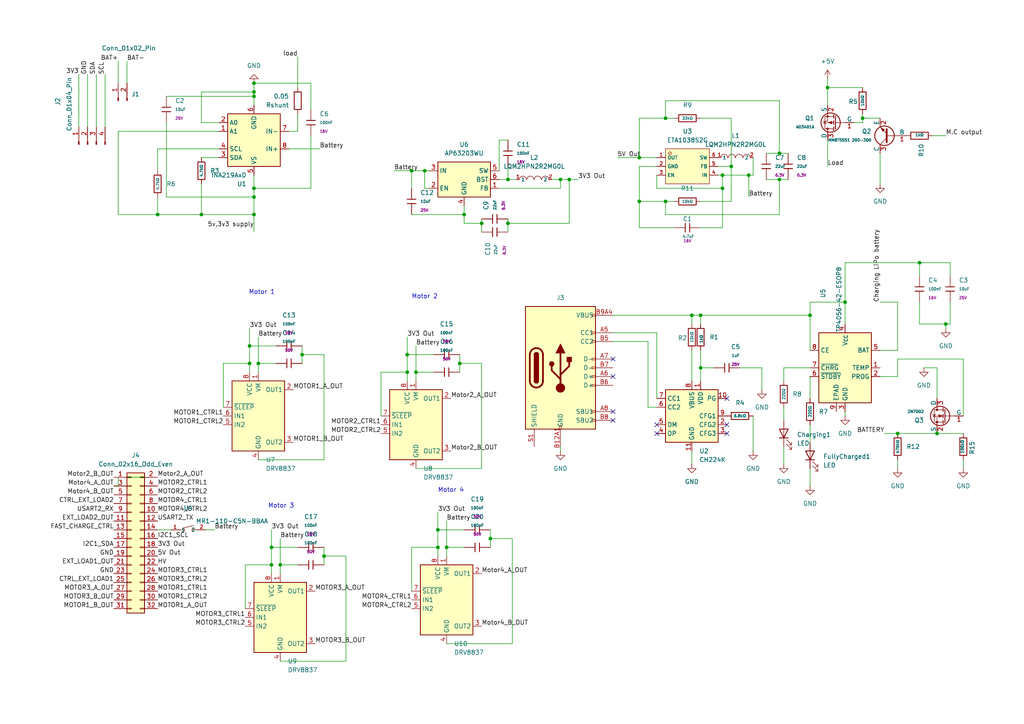
<source format=kicad_sch>
(kicad_sch (version 20250114) (generator "eeschema") (generator_version "9.0")
  (paper "A4")
  (lib_symbols
    (symbol "0603,33kΩ_1" (pin_numbers (hide yes)) (pin_names (offset 0))
      (property "Reference" "R" (at 1.778 0 0))
      (property "Value" "33kΩ" (at 0 0 90))
      (symbol "0603,33kΩ_1_1_1"
        (pin passive line (at 0 3.81 270) (length 1.27) (name "~") (number "1"))
        (pin passive line (at 0 -3.81 90) (length 1.27) (name "~") (number "2"))
      )
    )
    (symbol "Battery_Management:TP4056-42-ESOP8"
      (property "Reference" "U" (at -6.604 11.684 0))
      (property "Value" "TP4056-42-ESOP8" (at 10.16 11.684 0))
      (symbol "TP4056-42-ESOP8_1_0"
        (pin input line (at -10.16 5.08 0) (length 2.54) (name "CE") (number "8"))
        (pin open_collector line (at -10.16 0 0) (length 2.54) (name "~{CHRG}") (number "7"))
        (pin open_collector line (at -10.16 -2.54 0) (length 2.54) (name "~{STDBY}") (number "6"))
        (pin passive line (at -2.54 -12.7 90) (length 2.54) (name "EPAD") (number "9"))
        (pin power_in line (at 0 12.7 270) (length 2.54) (name "V_{CC}") (number "4"))
        (pin power_in line (at 0 -12.7 90) (length 2.54) (name "GND") (number "3"))
        (pin power_out line (at 10.16 5.08 180) (length 2.54) (name "BAT") (number "5"))
        (pin input line (at 10.16 0 180) (length 2.54) (name "TEMP") (number "1"))
        (pin passive line (at 10.16 -2.54 180) (length 2.54) (name "PROG") (number "2"))
      )
    )
    (symbol "Connector:Conn_01x02_Pin" (pin_names (offset 1.016) (hide yes))
      (property "Reference" "J" (at 0 2.54 0))
      (property "Value" "Conn_01x02_Pin" (at 0 -5.08 0))
      (symbol "Conn_01x02_Pin_1_1"
        (pin passive line (at 5.08 0 180) (length 3.81) (name "Pin_1") (number "1"))
        (pin passive line (at 5.08 -2.54 180) (length 3.81) (name "Pin_2") (number "2"))
      )
    )
    (symbol "Connector:Conn_01x04_Pin" (pin_names (offset 1.016) (hide yes))
      (property "Reference" "J" (at 0 5.08 0))
      (property "Value" "Conn_01x04_Pin" (at 0 -7.62 0))
      (symbol "Conn_01x04_Pin_1_1"
        (pin passive line (at 5.08 2.54 180) (length 3.81) (name "Pin_1") (number "1"))
        (pin passive line (at 5.08 0 180) (length 3.81) (name "Pin_2") (number "2"))
        (pin passive line (at 5.08 -2.54 180) (length 3.81) (name "Pin_3") (number "3"))
        (pin passive line (at 5.08 -5.08 180) (length 3.81) (name "Pin_4") (number "4"))
      )
    )
    (symbol "Connector_Generic:Conn_02x16_Odd_Even" (pin_names (offset 1.016) (hide yes))
      (property "Reference" "J" (at 1.27 20.32 0))
      (property "Value" "Conn_02x16_Odd_Even" (at 1.27 -22.86 0))
      (symbol "Conn_02x16_Odd_Even_1_1"
        (pin passive line (at -5.08 17.78 0) (length 3.81) (name "Pin_1") (number "1"))
        (pin passive line (at -5.08 15.24 0) (length 3.81) (name "Pin_3") (number "3"))
        (pin passive line (at -5.08 12.7 0) (length 3.81) (name "Pin_5") (number "5"))
        (pin passive line (at -5.08 10.16 0) (length 3.81) (name "Pin_7") (number "7"))
        (pin passive line (at -5.08 7.62 0) (length 3.81) (name "Pin_9") (number "9"))
        (pin passive line (at -5.08 5.08 0) (length 3.81) (name "Pin_11") (number "11"))
        (pin passive line (at -5.08 2.54 0) (length 3.81) (name "Pin_13") (number "13"))
        (pin passive line (at -5.08 0 0) (length 3.81) (name "Pin_15") (number "15"))
        (pin passive line (at -5.08 -2.54 0) (length 3.81) (name "Pin_17") (number "17"))
        (pin passive line (at -5.08 -5.08 0) (length 3.81) (name "Pin_19") (number "19"))
        (pin passive line (at -5.08 -7.62 0) (length 3.81) (name "Pin_21") (number "21"))
        (pin passive line (at -5.08 -10.16 0) (length 3.81) (name "Pin_23") (number "23"))
        (pin passive line (at -5.08 -12.7 0) (length 3.81) (name "Pin_25") (number "25"))
        (pin passive line (at -5.08 -15.24 0) (length 3.81) (name "Pin_27") (number "27"))
        (pin passive line (at -5.08 -17.78 0) (length 3.81) (name "Pin_29") (number "29"))
        (pin passive line (at -5.08 -20.32 0) (length 3.81) (name "Pin_31") (number "31"))
        (pin passive line (at 7.62 17.78 180) (length 3.81) (name "Pin_2") (number "2"))
        (pin passive line (at 7.62 15.24 180) (length 3.81) (name "Pin_4") (number "4"))
        (pin passive line (at 7.62 12.7 180) (length 3.81) (name "Pin_6") (number "6"))
        (pin passive line (at 7.62 10.16 180) (length 3.81) (name "Pin_8") (number "8"))
        (pin passive line (at 7.62 7.62 180) (length 3.81) (name "Pin_10") (number "10"))
        (pin passive line (at 7.62 5.08 180) (length 3.81) (name "Pin_12") (number "12"))
        (pin passive line (at 7.62 2.54 180) (length 3.81) (name "Pin_14") (number "14"))
        (pin passive line (at 7.62 0 180) (length 3.81) (name "Pin_16") (number "16"))
        (pin passive line (at 7.62 -2.54 180) (length 3.81) (name "Pin_18") (number "18"))
        (pin passive line (at 7.62 -5.08 180) (length 3.81) (name "Pin_20") (number "20"))
        (pin passive line (at 7.62 -7.62 180) (length 3.81) (name "Pin_22") (number "22"))
        (pin passive line (at 7.62 -10.16 180) (length 3.81) (name "Pin_24") (number "24"))
        (pin passive line (at 7.62 -12.7 180) (length 3.81) (name "Pin_26") (number "26"))
        (pin passive line (at 7.62 -15.24 180) (length 3.81) (name "Pin_28") (number "28"))
        (pin passive line (at 7.62 -17.78 180) (length 3.81) (name "Pin_30") (number "30"))
        (pin passive line (at 7.62 -20.32 180) (length 3.81) (name "Pin_32") (number "32"))
      )
    )
    (symbol "Device:LED" (pin_numbers (hide yes)) (pin_names (offset 1.016) (hide yes))
      (property "Reference" "D" (at 0 2.54 0))
      (property "Value" "LED" (at 0 -2.54 0))
      (symbol "LED_1_1"
        (pin passive line (at -3.81 0 0) (length 2.54) (name "K") (number "1"))
        (pin passive line (at 3.81 0 180) (length 2.54) (name "A") (number "2"))
      )
    )
    (symbol "Device:R" (pin_numbers (hide yes)) (pin_names (offset 0))
      (property "Reference" "R" (at 2.032 0 90))
      (property "Value" "R" (at 0 0 90))
      (symbol "R_1_1"
        (pin passive line (at 0 3.81 270) (length 1.27) (name "~") (number "1"))
        (pin passive line (at 0 -3.81 90) (length 1.27) (name "~") (number "2"))
      )
    )
    (symbol "Driver_Motor:DRV8837"
      (property "Reference" "U" (at 6.35 11.43 0))
      (property "Value" "DRV8837" (at -10.16 11.43 0))
      (symbol "DRV8837_1_1"
        (pin input line (at -10.16 2.54 0) (length 2.54) (name "~{SLEEP}") (number "7"))
        (pin input line (at -10.16 0 0) (length 2.54) (name "IN1") (number "6"))
        (pin input line (at -10.16 -2.54 0) (length 2.54) (name "IN2") (number "5"))
        (pin power_in line (at -2.54 12.7 270) (length 2.54) (name "VCC") (number "8"))
        (pin power_in line (at 0 12.7 270) (length 2.54) (name "VM") (number "1"))
        (pin power_in line (at 0 -12.7 90) (length 2.54) (name "GND") (number "4"))
        (pin passive line (at 0 -12.7 90) (length 2.54) (hide yes) (name "GND") (number "9"))
        (pin output line (at 10.16 7.62 180) (length 2.54) (name "OUT1") (number "2"))
        (pin output line (at 10.16 -7.62 180) (length 2.54) (name "OUT2") (number "3"))
      )
    )
    (symbol "Interface_USB:CH224K"
      (property "Reference" "U" (at -7.874 -8.89 0))
      (property "Value" "CH224K" (at 3.048 -8.89 0))
      (symbol "CH224K_1_1"
        (pin bidirectional line (at -10.16 5.08 0) (length 2.54) (name "CC1") (number "7"))
        (pin bidirectional line (at -10.16 2.54 0) (length 2.54) (name "CC2") (number "6"))
        (pin bidirectional line (at -10.16 -2.54 0) (length 2.54) (name "DM") (number "5"))
        (pin bidirectional line (at -10.16 -5.08 0) (length 2.54) (name "DP") (number "4"))
        (pin passive line (at 0 10.16 270) (length 2.54) (name "VBUS") (number "8"))
        (pin power_in line (at 0 -10.16 90) (length 2.54) (name "GND") (number "11"))
        (pin power_in line (at 2.54 10.16 270) (length 2.54) (name "VDD") (number "1"))
        (pin open_collector line (at 10.16 5.08 180) (length 2.54) (name "PG") (number "10"))
        (pin passive line (at 10.16 0 180) (length 2.54) (name "CFG1") (number "9"))
        (pin passive line (at 10.16 -2.54 180) (length 2.54) (name "CFG2") (number "2"))
        (pin passive line (at 10.16 -5.08 180) (length 2.54) (name "CFG3") (number "3"))
      )
    )
    (symbol "JLCPCB-Capacitors:0402,1uF" (pin_numbers (hide yes)) (pin_names (offset 0))
      (property "Reference" "C" (at 2.032 1.668 0))
      (property "Value" "1uF" (at 2.032 -0.3782 0))
      (property "Voltage Rated" "25V" (at 2.032 -2.0462 0))
      (symbol "0402,1uF_1_1"
        (pin passive line (at 0 3.81 270) (length 3.175) (name "~") (number "1"))
        (pin passive line (at 0 -3.81 90) (length 3.175) (name "~") (number "2"))
      )
    )
    (symbol "JLCPCB-Extended:Connector, USB-TYPE-C-16P"
      (property "Reference" "J" (at 2.54 2.54 0))
      (symbol "Connector, USB-TYPE-C-16P_1_1"
        (pin passive line (at -7.62 -22.86 90) (length 5.08) (name "SHIELD") (number "S1"))
        (pin passive line (at 0 -22.86 90) (length 5.08) (hide yes) (name "GND") (number "A12B1"))
        (pin passive line (at 0 -22.86 90) (length 5.08) (name "GND") (number "B12A1"))
        (pin passive line (at 15.24 15.24 180) (length 5.08) (hide yes) (name "VBUS") (number "A9B4"))
        (pin passive line (at 15.24 15.24 180) (length 5.08) (name "VBUS") (number "B9A4"))
        (pin bidirectional line (at 15.24 10.16 180) (length 5.08) (name "CC1") (number "A5"))
        (pin bidirectional line (at 15.24 7.62 180) (length 5.08) (name "CC2") (number "B5"))
        (pin bidirectional line (at 15.24 2.54 180) (length 5.08) (name "D-") (number "A7"))
        (pin bidirectional line (at 15.24 0 180) (length 5.08) (name "D-") (number "B7"))
        (pin bidirectional line (at 15.24 -2.54 180) (length 5.08) (name "D+") (number "A6"))
        (pin bidirectional line (at 15.24 -5.08 180) (length 5.08) (name "D+") (number "B6"))
        (pin bidirectional line (at 15.24 -12.7 180) (length 5.08) (name "SBU1") (number "A8"))
        (pin bidirectional line (at 15.24 -15.24 180) (length 5.08) (name "SBU2") (number "B8"))
      )
    )
    (symbol "JLCPCB-Resistors:0603,10kΩ" (pin_numbers (hide yes)) (pin_names (offset 0))
      (property "Reference" "R" (at 1.778 0 0))
      (property "Value" "10kΩ" (at 0 0 90))
      (symbol "0603,10kΩ_1_1"
        (pin passive line (at 0 3.81 270) (length 1.27) (name "~") (number "1"))
        (pin passive line (at 0 -3.81 90) (length 1.27) (name "~") (number "2"))
      )
    )
    (symbol "JLCPCB-Resistors:0603,1kΩ" (pin_numbers (hide yes)) (pin_names (offset 0))
      (property "Reference" "R" (at 1.778 0 0))
      (property "Value" "1kΩ" (at 0 0 90))
      (symbol "0603,1kΩ_1_1"
        (pin passive line (at 0 3.81 270) (length 1.27) (name "~") (number "1"))
        (pin passive line (at 0 -3.81 90) (length 1.27) (name "~") (number "2"))
      )
    )
    (symbol "JLCPCB-Resistors:0603,6.8kΩ" (pin_numbers (hide yes)) (pin_names (offset 0))
      (property "Reference" "R" (at 1.778 0 0))
      (property "Value" "6.8kΩ" (at 0 0 90))
      (symbol "0603,6.8kΩ_1_1"
        (pin passive line (at 0 3.81 270) (length 1.27) (name "~") (number "1"))
        (pin passive line (at 0 -3.81 90) (length 1.27) (name "~") (number "2"))
      )
    )
    (symbol "PCM_JLCPCB-Capacitors:0402,100nF" (pin_numbers (hide yes)) (pin_names (offset 0))
      (property "Reference" "C" (at 2.032 1.668 0))
      (property "Value" "100nF" (at 2.032 -0.3782 0))
      (property "Voltage Rated" "16V" (at 2.032 -2.0462 0))
      (symbol "0402,100nF_1_1"
        (pin passive line (at 0 3.81 270) (length 3.175) (name "~") (number "1"))
        (pin passive line (at 0 -3.81 90) (length 3.175) (name "~") (number "2"))
      )
    )
    (symbol "PCM_JLCPCB-Capacitors:0603,100nF" (pin_numbers (hide yes)) (pin_names (offset 0))
      (property "Reference" "C" (at 2.032 1.668 0))
      (property "Value" "100nF" (at 2.032 -0.3782 0))
      (property "Voltage Rated" "50V" (at 2.032 -2.0462 0))
      (symbol "0603,100nF_1_1"
        (pin passive line (at 0 3.81 270) (length 3.175) (name "~") (number "1"))
        (pin passive line (at 0 -3.81 90) (length 3.175) (name "~") (number "2"))
      )
    )
    (symbol "PCM_JLCPCB-Capacitors:0603,22uF" (pin_numbers (hide yes)) (pin_names (offset 0))
      (property "Reference" "C" (at 2.032 1.668 0))
      (property "Value" "22uF" (at 2.032 -0.3782 0))
      (property "Voltage Rated" "6.3V" (at 2.032 -2.0462 0))
      (symbol "0603,22uF_1_1"
        (pin passive line (at 0 3.81 270) (length 3.175) (name "~") (number "1"))
        (pin passive line (at 0 -3.81 90) (length 3.175) (name "~") (number "2"))
      )
    )
    (symbol "PCM_JLCPCB-Capacitors:0603,4.7uF" (pin_numbers (hide yes)) (pin_names (offset 0))
      (property "Reference" "C" (at 2.032 1.668 0))
      (property "Value" "4.7uF" (at 2.032 -0.3782 0))
      (property "Voltage Rated" "16V" (at 2.032 -2.0462 0))
      (symbol "0603,4.7uF_1_1"
        (pin passive line (at 0 3.81 270) (length 3.175) (name "~") (number "1"))
        (pin passive line (at 0 -3.81 90) (length 3.175) (name "~") (number "2"))
      )
    )
    (symbol "PCM_JLCPCB-Capacitors:0805,10uF" (pin_numbers (hide yes)) (pin_names (offset 0))
      (property "Reference" "C" (at 2.032 1.668 0))
      (property "Value" "10uF" (at 2.032 -0.3782 0))
      (property "Voltage Rated" "25V" (at 2.032 -2.0462 0))
      (symbol "0805,10uF_1_1"
        (pin passive line (at 0 3.81 270) (length 3.175) (name "~") (number "1"))
        (pin passive line (at 0 -3.81 90) (length 3.175) (name "~") (number "2"))
      )
    )
    (symbol "PCM_JLCPCB-Resistors:0402,100kΩ" (pin_numbers (hide yes)) (pin_names (offset 0))
      (property "Reference" "R" (at 1.778 0 0))
      (property "Value" "100kΩ" (at 0 0 90))
      (symbol "0402,100kΩ_1_1"
        (pin passive line (at 0 3.81 270) (length 1.27) (name "~") (number "1"))
        (pin passive line (at 0 -3.81 90) (length 1.27) (name "~") (number "2"))
      )
    )
    (symbol "PCM_JLCPCB-Resistors:0603,10kΩ" (pin_numbers (hide yes)) (pin_names (offset 0))
      (property "Reference" "R" (at 1.778 0 0))
      (property "Value" "10kΩ" (at 0 0 90))
      (symbol "0603,10kΩ_1_1"
        (pin passive line (at 0 3.81 270) (length 1.27) (name "~") (number "1"))
        (pin passive line (at 0 -3.81 90) (length 1.27) (name "~") (number "2"))
      )
    )
    (symbol "PCM_JLCPCB-Resistors:0603,220Ω" (pin_numbers (hide yes)) (pin_names (offset 0))
      (property "Reference" "R" (at 1.778 0 0))
      (property "Value" "220Ω" (at 0 0 90))
      (symbol "0603,220Ω_1_1"
        (pin passive line (at 0 3.81 270) (length 1.27) (name "~") (number "1"))
        (pin passive line (at 0 -3.81 90) (length 1.27) (name "~") (number "2"))
      )
    )
    (symbol "PCM_JLCPCB-Resistors:0805,4.7kΩ" (pin_numbers (hide yes)) (pin_names (offset 0))
      (property "Reference" "R" (at 1.778 0 0))
      (property "Value" "4.7kΩ" (at 0 0 90))
      (symbol "0805,4.7kΩ_1_1"
        (pin passive line (at 0 3.81 270) (length 1.27) (name "~") (number "1"))
        (pin passive line (at 0 -3.81 90) (length 1.27) (name "~") (number "2"))
      )
    )
    (symbol "PCM_JLCPCB-Resistors:0805,470kΩ" (pin_numbers (hide yes)) (pin_names (offset 0))
      (property "Reference" "R" (at 1.778 0 0))
      (property "Value" "470kΩ" (at 0 0 90))
      (symbol "0805,470kΩ_1_1"
        (pin passive line (at 0 3.81 270) (length 1.27) (name "~") (number "1"))
        (pin passive line (at 0 -3.81 90) (length 1.27) (name "~") (number "2"))
      )
    )
    (symbol "PCM_JLCPCB-Transistors:NMOS,2N7002" (pin_names (offset 0))
      (property "Reference" "Q" (at 4.8514 0.834 0))
      (property "Value" "2N7002" (at 4.8514 -1.2122 0))
      (symbol "NMOS,2N7002_1_1"
        (pin input line (at -5.08 0 0) (length 2.54) (name "G") (number "1"))
        (pin passive line (at 2.54 5.08 270) (length 2.54) (name "D") (number "3"))
        (pin passive line (at 2.54 -5.08 90) (length 2.54) (name "S") (number "2"))
      )
    )
    (symbol "PCM_JLCPCB-Transistors:NPN,MMBT5551 200-300" (pin_names (offset 0))
      (property "Reference" "Q" (at 4.8514 0.834 0))
      (property "Value" "MMBT5551 200-300" (at 4.8514 -1.2122 0))
      (symbol "NPN,MMBT5551 200-300_1_1"
        (pin input line (at -5.08 0 0) (length 2.54) (name "B") (number "1"))
        (pin open_collector line (at 2.54 5.08 270) (length 2.54) (name "C") (number "3"))
        (pin open_emitter line (at 2.54 -5.08 90) (length 2.54) (name "E") (number "2"))
      )
    )
    (symbol "PCM_JLCPCB-Transistors:PMOS,AO3401A" (pin_names (offset 0))
      (property "Reference" "Q" (at 4.8514 0.834 0))
      (property "Value" "AO3401A" (at 4.8514 -1.2122 0))
      (symbol "PMOS,AO3401A_1_1"
        (pin input line (at -5.08 0 0) (length 2.54) (name "G") (number "1"))
        (pin passive line (at 2.54 5.08 270) (length 2.54) (name "D") (number "3"))
        (pin passive line (at 2.54 -5.08 90) (length 2.54) (name "S") (number "2"))
      )
    )
    (symbol "Regulator_Switching:AP63203WU"
      (property "Reference" "U" (at -7.62 6.35 0))
      (property "Value" "AP63203WU" (at 2.54 6.35 0))
      (symbol "AP63203WU_1_1"
        (pin power_in line (at -10.16 2.54 0) (length 2.54) (name "IN") (number "3"))
        (pin input line (at -10.16 -2.54 0) (length 2.54) (name "EN") (number "2"))
        (pin power_in line (at 0 -7.62 90) (length 2.54) (name "GND") (number "4"))
        (pin output line (at 10.16 2.54 180) (length 2.54) (name "SW") (number "5"))
        (pin passive line (at 10.16 0 180) (length 2.54) (name "BST") (number "6"))
        (pin input line (at 10.16 -2.54 180) (length 2.54) (name "FB") (number "1"))
      )
    )
    (symbol "Sensor_Energy:INA219AxD"
      (property "Reference" "U" (at -6.35 8.89 0))
      (property "Value" "INA219AxD" (at 5.08 8.89 0))
      (symbol "INA219AxD_1_1"
        (pin input line (at -10.16 2.54 0) (length 2.54) (name "IN+") (number "8"))
        (pin input line (at -10.16 -2.54 0) (length 2.54) (name "IN-") (number "7"))
        (pin power_in line (at 0 10.16 270) (length 2.54) (name "VS") (number "5"))
        (pin power_in line (at 0 -10.16 90) (length 2.54) (name "GND") (number "6"))
        (pin bidirectional line (at 10.16 5.08 180) (length 2.54) (name "SDA") (number "3"))
        (pin input line (at 10.16 2.54 180) (length 2.54) (name "SCL") (number "4"))
        (pin input line (at 10.16 -2.54 180) (length 2.54) (name "A1") (number "1"))
        (pin input line (at 10.16 -5.08 180) (length 2.54) (name "A0") (number "2"))
      )
    )
    (symbol "myparts:ETA1038S2G"
      (property "Reference" "U" (at 0 1.27 0))
      (property "Value" "ETA1038S2G" (at 0 -2.54 0))
      (symbol "ETA1038S2G_1_1"
        (pin power_out line (at -8.89 2.54 0) (length 2.54) (name "OUT") (number "1"))
        (pin power_in line (at -8.89 0 0) (length 2.54) (name "GND") (number "2"))
        (pin input line (at -8.89 -2.54 0) (length 2.54) (name "EN") (number "3"))
        (pin power_out line (at 8.89 2.54 180) (length 2.54) (name "SW") (number "6"))
        (pin input line (at 8.89 0 180) (length 2.54) (name "FB") (number "5"))
        (pin power_in line (at 8.89 -2.54 180) (length 2.54) (name "IN") (number "4"))
      )
    )
    (symbol "myparts:LQM2HPN2R2MG0L"
      (property "Reference" "L" (at 0 1.27 0))
      (property "Value" "LQM2HPN2R2MG0L" (at 0 -2.54 0))
      (symbol "LQM2HPN2R2MG0L_1_1"
        (pin passive line (at -5.08 0 0) (length 0.762) (name "1") (number "1"))
        (pin passive line (at 5.08 0 180) (length 0.762) (name "2") (number "2"))
      )
    )
    (symbol "myparts:MR1-110-C5N-BBAA"
      (property "Reference" "U" (at 0 1.27 0))
      (property "Value" "MR1-110-C5N-BBAA" (at 0 -2.54 0))
      (symbol "MR1-110-C5N-BBAA_0_1"
        (pin unspecified line (at -5.08 0 0) (length 2.54) (name "1") (number "1"))
        (pin unspecified line (at 5.08 0 180) (length 2.54) (name "2") (number "2"))
      )
    )
    (symbol "power:+5V" (power) (pin_numbers (hide yes)) (pin_names (offset 0) (hide yes))
      (property "Value" "+5V" (at 0 3.556 0))
      (symbol "+5V_1_1"
        (pin power_in line (at 0 0 90) (length 0) (name "~") (number "1"))
      )
    )
    (symbol "power:GND" (power) (pin_numbers (hide yes)) (pin_names (offset 0) (hide yes))
      (property "Value" "GND" (at 0 -3.81 0))
      (symbol "GND_1_1"
        (pin power_in line (at 0 0 270) (length 0) (name "~") (number "1"))
      )
    )
  )
  (text "Motor 1" (at 75.946 84.836 0) (effects (font (size 1.27 1.27))))
  (text "Motor 2" (at 123.19 86.106 0) (effects (font (size 1.27 1.27))))
  (text "Motor 4" (at 130.81 142.24 0) (effects (font (size 1.27 1.27))))
  (text "Motor 3" (at 81.534 146.812 0) (effects (font (size 1.27 1.27))))
  (junction (at 127 153.67))
  (junction (at 78.74 158.75))
  (junction (at 72.39 100.33))
  (junction (at 226.06 44.45))
  (junction (at 120.65 107.95))
  (junction (at 240.03 25.4))
  (junction (at 73.66 57.15))
  (junction (at 73.66 24.13))
  (junction (at 245.11 87.63))
  (junction (at 209.55 54.61))
  (junction (at 274.32 93.98))
  (junction (at 139.7 64.77))
  (junction (at 73.66 54.61))
  (junction (at 123.19 49.53))
  (junction (at 200.66 91.44))
  (junction (at 133.35 105.41))
  (junction (at 217.17 50.8))
  (junction (at 226.06 52.07))
  (junction (at 119.38 49.53))
  (junction (at 118.11 102.87))
  (junction (at 147.32 52.07))
  (junction (at 78.74 163.83))
  (junction (at 203.2 91.44))
  (junction (at 74.93 105.41))
  (junction (at 72.39 105.41))
  (junction (at 162.56 52.07))
  (junction (at 93.98 161.29))
  (junction (at 127 158.75))
  (junction (at 266.7 76.2))
  (junction (at 250.19 34.29))
  (junction (at 185.42 45.72))
  (junction (at 118.11 107.95))
  (junction (at 73.66 27.94))
  (junction (at 142.24 156.21))
  (junction (at 185.42 58.42))
  (junction (at 209.55 50.8))
  (junction (at 73.66 26.67))
  (junction (at 134.62 62.23))
  (junction (at 271.78 125.73))
  (junction (at 193.04 58.42))
  (junction (at 87.63 102.87))
  (junction (at 81.28 163.83))
  (junction (at 165.1 52.07))
  (junction (at 212.09 48.26))
  (junction (at 147.32 64.77))
  (junction (at 203.2 106.68))
  (junction (at 234.95 91.44))
  (junction (at 193.04 34.29))
  (junction (at 73.66 62.23))
  (junction (at 129.54 158.75))
  (junction (at 58.42 62.23))
  (junction (at 260.35 125.73))
  (junction (at 45.72 62.23))
  (no_connect (at 177.8 119.38))
  (no_connect (at 177.8 109.22))
  (no_connect (at 210.82 115.57))
  (no_connect (at 177.8 121.92))
  (no_connect (at 210.82 125.73))
  (no_connect (at 210.82 123.19))
  (no_connect (at 177.8 104.14))
  (no_connect (at 190.5 123.19))
  (no_connect (at 190.5 125.73))
  (wire (pts (xy 64.77 118.11) (xy 64.77 105.41)))
  (wire (pts (xy 190.5 96.52) (xy 177.8 96.52)))
  (wire (pts (xy 36.83 17.78) (xy 36.83 24.13)))
  (wire (pts (xy 58.42 26.67) (xy 73.66 26.67)))
  (wire (pts (xy 165.1 64.77) (xy 147.32 64.77)))
  (wire (pts (xy 127 153.67) (xy 134.62 153.67)))
  (wire (pts (xy 93.98 133.35) (xy 93.98 102.87)))
  (wire (pts (xy 266.7 93.98) (xy 274.32 93.98)))
  (wire (pts (xy 142.24 156.21) (xy 142.24 158.75)))
  (wire (pts (xy 87.63 102.87) (xy 87.63 105.41)))
  (wire (pts (xy 22.86 21.59) (xy 22.86 36.83)))
  (wire (pts (xy 134.62 62.23) (xy 134.62 59.69)))
  (wire (pts (xy 45.72 62.23) (xy 45.72 57.15)))
  (wire (pts (xy 185.42 66.04) (xy 185.42 58.42)))
  (wire (pts (xy 162.56 130.81) (xy 162.56 129.54)))
  (wire (pts (xy 165.1 52.07) (xy 165.1 64.77)))
  (wire (pts (xy 144.78 40.64) (xy 147.32 40.64)))
  (wire (pts (xy 86.36 25.4) (xy 86.36 16.51)))
  (wire (pts (xy 93.98 102.87) (xy 87.63 102.87)))
  (wire (pts (xy 58.42 62.23) (xy 45.72 62.23)))
  (wire (pts (xy 270.51 39.37) (xy 274.32 39.37)))
  (wire (pts (xy 185.42 34.29) (xy 185.42 45.72)))
  (wire (pts (xy 34.29 140.97) (xy 33.02 140.97)))
  (wire (pts (xy 119.38 49.53) (xy 123.19 49.53)))
  (wire (pts (xy 279.4 104.14) (xy 260.35 104.14)))
  (wire (pts (xy 58.42 53.34) (xy 58.42 62.23)))
  (wire (pts (xy 217.17 50.8) (xy 209.55 50.8)))
  (wire (pts (xy 100.33 161.29) (xy 93.98 161.29)))
  (wire (pts (xy 240.03 25.4) (xy 240.03 30.48)))
  (wire (pts (xy 234.95 109.22) (xy 234.95 115.57)))
  (wire (pts (xy 148.59 156.21) (xy 142.24 156.21)))
  (wire (pts (xy 71.12 176.53) (xy 71.12 163.83)))
  (wire (pts (xy 90.17 24.13) (xy 90.17 31.75)))
  (wire (pts (xy 139.7 135.89) (xy 139.7 105.41)))
  (wire (pts (xy 48.26 27.94) (xy 73.66 27.94)))
  (wire (pts (xy 148.59 186.69) (xy 148.59 156.21)))
  (wire (pts (xy 266.7 76.2) (xy 275.59 76.2)))
  (wire (pts (xy 74.93 105.41) (xy 74.93 107.95)))
  (wire (pts (xy 255.27 44.45) (xy 255.27 53.34)))
  (wire (pts (xy 72.39 100.33) (xy 80.01 100.33)))
  (wire (pts (xy 195.58 58.42) (xy 193.04 58.42)))
  (wire (pts (xy 193.04 29.21) (xy 193.04 34.29)))
  (wire (pts (xy 120.65 100.33) (xy 120.65 107.95)))
  (wire (pts (xy 260.35 125.73) (xy 271.78 125.73)))
  (wire (pts (xy 200.66 134.62) (xy 200.66 130.81)))
  (wire (pts (xy 260.35 133.35) (xy 260.35 135.89)))
  (wire (pts (xy 245.11 76.2) (xy 266.7 76.2)))
  (wire (pts (xy 227.33 106.68) (xy 234.95 106.68)))
  (wire (pts (xy 250.19 33.02) (xy 250.19 34.29)))
  (wire (pts (xy 119.38 171.45) (xy 119.38 158.75)))
  (wire (pts (xy 72.39 95.25) (xy 72.39 100.33)))
  (wire (pts (xy 133.35 102.87) (xy 133.35 105.41)))
  (wire (pts (xy 147.32 52.07) (xy 147.32 48.26)))
  (wire (pts (xy 220.98 106.68) (xy 220.98 113.03)))
  (wire (pts (xy 78.74 163.83) (xy 78.74 166.37)))
  (wire (pts (xy 87.63 100.33) (xy 87.63 102.87)))
  (wire (pts (xy 271.78 106.68) (xy 271.78 115.57)))
  (wire (pts (xy 250.19 34.29) (xy 255.27 34.29)))
  (wire (pts (xy 30.48 21.59) (xy 30.48 36.83)))
  (wire (pts (xy 226.06 44.45) (xy 228.6 44.45)))
  (wire (pts (xy 123.19 49.53) (xy 124.46 49.53)))
  (wire (pts (xy 203.2 91.44) (xy 203.2 93.98)))
  (wire (pts (xy 218.44 120.65) (xy 218.44 130.81)))
  (wire (pts (xy 72.39 105.41) (xy 72.39 107.95)))
  (wire (pts (xy 203.2 106.68) (xy 207.01 106.68)))
  (wire (pts (xy 78.74 153.67) (xy 78.74 158.75)))
  (wire (pts (xy 200.66 101.6) (xy 200.66 110.49)))
  (wire (pts (xy 129.54 186.69) (xy 148.59 186.69)))
  (wire (pts (xy 93.98 161.29) (xy 93.98 163.83)))
  (wire (pts (xy 177.8 91.44) (xy 200.66 91.44)))
  (wire (pts (xy 81.28 191.77) (xy 100.33 191.77)))
  (wire (pts (xy 134.62 64.77) (xy 134.62 62.23)))
  (wire (pts (xy 275.59 76.2) (xy 275.59 80.01)))
  (wire (pts (xy 203.2 34.29) (xy 212.09 34.29)))
  (wire (pts (xy 185.42 58.42) (xy 185.42 48.26)))
  (wire (pts (xy 209.55 54.61) (xy 209.55 50.8)))
  (wire (pts (xy 179.07 45.72) (xy 185.42 45.72)))
  (wire (pts (xy 275.59 87.63) (xy 275.59 93.98)))
  (wire (pts (xy 110.49 107.95) (xy 118.11 107.95)))
  (wire (pts (xy 139.7 105.41) (xy 133.35 105.41)))
  (wire (pts (xy 214.63 106.68) (xy 220.98 106.68)))
  (wire (pts (xy 129.54 151.13) (xy 129.54 158.75)))
  (wire (pts (xy 119.38 49.53) (xy 119.38 54.61)))
  (wire (pts (xy 226.06 52.07) (xy 226.06 62.23)))
  (wire (pts (xy 195.58 66.04) (xy 185.42 66.04)))
  (wire (pts (xy 48.26 35.56) (xy 48.26 57.15)))
  (wire (pts (xy 147.32 64.77) (xy 147.32 67.31)))
  (wire (pts (xy 227.33 106.68) (xy 227.33 110.49)))
  (wire (pts (xy 187.96 99.06) (xy 177.8 99.06)))
  (wire (pts (xy 247.65 35.56) (xy 250.19 35.56)))
  (wire (pts (xy 227.33 129.54) (xy 227.33 134.62)))
  (wire (pts (xy 260.35 104.14) (xy 260.35 109.22)))
  (wire (pts (xy 64.77 105.41) (xy 72.39 105.41)))
  (wire (pts (xy 86.36 33.02) (xy 86.36 38.1)))
  (wire (pts (xy 129.54 158.75) (xy 129.54 161.29)))
  (wire (pts (xy 193.04 58.42) (xy 185.42 58.42)))
  (wire (pts (xy 193.04 34.29) (xy 185.42 34.29)))
  (wire (pts (xy 190.5 54.61) (xy 209.55 54.61)))
  (wire (pts (xy 93.98 158.75) (xy 93.98 161.29)))
  (wire (pts (xy 139.7 63.5) (xy 139.7 64.77)))
  (wire (pts (xy 34.29 38.1) (xy 34.29 62.23)))
  (wire (pts (xy 255.27 101.6) (xy 260.35 101.6)))
  (wire (pts (xy 185.42 45.72) (xy 190.5 45.72)))
  (wire (pts (xy 267.97 106.68) (xy 271.78 106.68)))
  (wire (pts (xy 127 158.75) (xy 127 161.29)))
  (wire (pts (xy 209.55 50.8) (xy 208.28 50.8)))
  (wire (pts (xy 218.44 50.8) (xy 217.17 50.8)))
  (wire (pts (xy 63.5 35.56) (xy 58.42 35.56)))
  (wire (pts (xy 34.29 138.43) (xy 34.29 140.97)))
  (wire (pts (xy 73.66 24.13) (xy 73.66 26.67)))
  (wire (pts (xy 162.56 52.07) (xy 162.56 54.61)))
  (wire (pts (xy 118.11 97.79) (xy 118.11 102.87)))
  (wire (pts (xy 45.72 153.67) (xy 49.53 153.67)))
  (wire (pts (xy 147.32 52.07) (xy 149.86 52.07)))
  (wire (pts (xy 245.11 119.38) (xy 245.11 120.65)))
  (wire (pts (xy 118.11 107.95) (xy 118.11 110.49)))
  (wire (pts (xy 81.28 163.83) (xy 86.36 163.83)))
  (wire (pts (xy 279.4 120.65) (xy 279.4 104.14)))
  (wire (pts (xy 73.66 54.61) (xy 73.66 57.15)))
  (wire (pts (xy 133.35 105.41) (xy 133.35 107.95)))
  (wire (pts (xy 255.27 87.63) (xy 260.35 87.63)))
  (wire (pts (xy 63.5 38.1) (xy 34.29 38.1)))
  (wire (pts (xy 190.5 118.11) (xy 187.96 118.11)))
  (wire (pts (xy 81.28 156.21) (xy 81.28 163.83)))
  (wire (pts (xy 234.95 123.19) (xy 234.95 128.27)))
  (wire (pts (xy 195.58 34.29) (xy 193.04 34.29)))
  (wire (pts (xy 45.72 49.53) (xy 45.72 43.18)))
  (wire (pts (xy 27.94 21.59) (xy 27.94 36.83)))
  (wire (pts (xy 123.19 54.61) (xy 123.19 49.53)))
  (wire (pts (xy 234.95 91.44) (xy 234.95 101.6)))
  (wire (pts (xy 73.66 24.13) (xy 90.17 24.13)))
  (wire (pts (xy 139.7 64.77) (xy 139.7 67.31)))
  (wire (pts (xy 118.11 102.87) (xy 118.11 107.95)))
  (wire (pts (xy 63.5 45.72) (xy 58.42 45.72)))
  (wire (pts (xy 34.29 17.78) (xy 34.29 24.13)))
  (wire (pts (xy 73.66 67.31) (xy 73.66 62.23)))
  (wire (pts (xy 165.1 52.07) (xy 167.64 52.07)))
  (wire (pts (xy 274.32 93.98) (xy 275.59 93.98)))
  (wire (pts (xy 256.54 125.73) (xy 260.35 125.73)))
  (wire (pts (xy 218.44 45.72) (xy 218.44 50.8)))
  (wire (pts (xy 162.56 52.07) (xy 165.1 52.07)))
  (wire (pts (xy 73.66 27.94) (xy 73.66 26.67)))
  (wire (pts (xy 63.5 43.18) (xy 45.72 43.18)))
  (wire (pts (xy 203.2 106.68) (xy 203.2 110.49)))
  (wire (pts (xy 25.4 21.59) (xy 25.4 36.83)))
  (wire (pts (xy 226.06 52.07) (xy 228.6 52.07)))
  (wire (pts (xy 185.42 48.26) (xy 190.5 48.26)))
  (wire (pts (xy 250.19 34.29) (xy 250.19 35.56)))
  (wire (pts (xy 240.03 22.86) (xy 240.03 25.4)))
  (wire (pts (xy 90.17 39.37) (xy 90.17 54.61)))
  (wire (pts (xy 71.12 163.83) (xy 78.74 163.83)))
  (wire (pts (xy 203.2 66.04) (xy 209.55 66.04)))
  (wire (pts (xy 147.32 63.5) (xy 147.32 64.77)))
  (wire (pts (xy 226.06 62.23) (xy 193.04 62.23)))
  (wire (pts (xy 114.3 49.53) (xy 119.38 49.53)))
  (wire (pts (xy 144.78 52.07) (xy 147.32 52.07)))
  (wire (pts (xy 240.03 25.4) (xy 250.19 25.4)))
  (wire (pts (xy 45.72 62.23) (xy 34.29 62.23)))
  (wire (pts (xy 73.66 62.23) (xy 73.66 57.15)))
  (wire (pts (xy 203.2 58.42) (xy 212.09 58.42)))
  (wire (pts (xy 59.69 153.67) (xy 62.23 153.67)))
  (wire (pts (xy 209.55 66.04) (xy 209.55 54.61)))
  (wire (pts (xy 74.93 105.41) (xy 80.01 105.41)))
  (wire (pts (xy 120.65 107.95) (xy 120.65 110.49)))
  (wire (pts (xy 245.11 87.63) (xy 245.11 93.98)))
  (wire (pts (xy 187.96 118.11) (xy 187.96 99.06)))
  (wire (pts (xy 73.66 50.8) (xy 73.66 54.61)))
  (wire (pts (xy 200.66 91.44) (xy 203.2 91.44)))
  (wire (pts (xy 212.09 48.26) (xy 212.09 58.42)))
  (wire (pts (xy 200.66 91.44) (xy 200.66 93.98)))
  (wire (pts (xy 119.38 62.23) (xy 134.62 62.23)))
  (wire (pts (xy 234.95 87.63) (xy 245.11 87.63)))
  (wire (pts (xy 190.5 115.57) (xy 190.5 96.52)))
  (wire (pts (xy 127 148.59) (xy 127 153.67)))
  (wire (pts (xy 234.95 135.89) (xy 234.95 140.97)))
  (wire (pts (xy 234.95 87.63) (xy 234.95 91.44)))
  (wire (pts (xy 74.93 97.79) (xy 74.93 105.41)))
  (wire (pts (xy 100.33 191.77) (xy 100.33 161.29)))
  (wire (pts (xy 255.27 109.22) (xy 260.35 109.22)))
  (wire (pts (xy 127 153.67) (xy 127 158.75)))
  (wire (pts (xy 217.17 50.8) (xy 217.17 57.15)))
  (wire (pts (xy 266.7 93.98) (xy 266.7 87.63)))
  (wire (pts (xy 162.56 52.07) (xy 160.02 52.07)))
  (wire (pts (xy 222.25 52.07) (xy 226.06 52.07)))
  (wire (pts (xy 48.26 57.15) (xy 73.66 57.15)))
  (wire (pts (xy 86.36 38.1) (xy 83.82 38.1)))
  (wire (pts (xy 92.71 43.18) (xy 83.82 43.18)))
  (wire (pts (xy 129.54 158.75) (xy 134.62 158.75)))
  (wire (pts (xy 271.78 125.73) (xy 279.4 125.73)))
  (wire (pts (xy 240.03 40.64) (xy 240.03 48.26)))
  (wire (pts (xy 271.78 124.46) (xy 271.78 125.73)))
  (wire (pts (xy 212.09 48.26) (xy 208.28 48.26)))
  (wire (pts (xy 245.11 87.63) (xy 245.11 76.2)))
  (wire (pts (xy 274.32 93.98) (xy 274.32 95.25)))
  (wire (pts (xy 118.11 102.87) (xy 125.73 102.87)))
  (wire (pts (xy 73.66 62.23) (xy 58.42 62.23)))
  (wire (pts (xy 124.46 54.61) (xy 123.19 54.61)))
  (wire (pts (xy 119.38 158.75) (xy 127 158.75)))
  (wire (pts (xy 45.72 138.43) (xy 34.29 138.43)))
  (wire (pts (xy 120.65 135.89) (xy 139.7 135.89)))
  (wire (pts (xy 110.49 120.65) (xy 110.49 107.95)))
  (wire (pts (xy 90.17 54.61) (xy 73.66 54.61)))
  (wire (pts (xy 203.2 91.44) (xy 234.95 91.44)))
  (wire (pts (xy 226.06 44.45) (xy 226.06 29.21)))
  (wire (pts (xy 203.2 101.6) (xy 203.2 106.68)))
  (wire (pts (xy 212.09 34.29) (xy 212.09 48.26)))
  (wire (pts (xy 190.5 54.61) (xy 190.5 50.8)))
  (wire (pts (xy 74.93 133.35) (xy 93.98 133.35)))
  (wire (pts (xy 144.78 49.53) (xy 144.78 40.64)))
  (wire (pts (xy 222.25 44.45) (xy 226.06 44.45)))
  (wire (pts (xy 144.78 54.61) (xy 162.56 54.61)))
  (wire (pts (xy 226.06 29.21) (xy 193.04 29.21)))
  (wire (pts (xy 260.35 101.6) (xy 260.35 87.63)))
  (wire (pts (xy 193.04 62.23) (xy 193.04 58.42)))
  (wire (pts (xy 78.74 158.75) (xy 86.36 158.75)))
  (wire (pts (xy 120.65 107.95) (xy 125.73 107.95)))
  (wire (pts (xy 72.39 100.33) (xy 72.39 105.41)))
  (wire (pts (xy 73.66 30.48) (xy 73.66 27.94)))
  (wire (pts (xy 142.24 153.67) (xy 142.24 156.21)))
  (wire (pts (xy 81.28 163.83) (xy 81.28 166.37)))
  (wire (pts (xy 266.7 76.2) (xy 266.7 80.01)))
  (wire (pts (xy 78.74 158.75) (xy 78.74 163.83)))
  (wire (pts (xy 139.7 64.77) (xy 134.62 64.77)))
  (wire (pts (xy 227.33 118.11) (xy 227.33 121.92)))
  (wire (pts (xy 58.42 35.56) (xy 58.42 26.67)))
  (wire (pts (xy 279.4 133.35) (xy 279.4 135.89)))
  (label "MOTOR4_CTRL2" (at 119.38 176.53 180))
  (label "MOTOR3_CTRL2" (at 45.72 168.91 0))
  (label "Motor4_A_OUT" (at 33.02 140.97 180))
  (label "HV" (at 45.72 163.83 0))
  (label "GND" (at 33.02 166.37 180))
  (label "MOTOR2_CTRL2" (at 110.49 125.73 180))
  (label "MOTOR1_A_OUT" (at 45.72 176.53 0))
  (label "Battery" (at 62.23 153.67 0))
  (label "Charging LiPo battery" (at 255.27 87.63 90))
  (label "load" (at 86.36 16.51 180))
  (label "MOTOR3_B_OUT" (at 33.02 173.99 180))
  (label "FAST_CHARGE_CTRL" (at 33.02 153.67 180))
  (label "CTRL_EXT_LOAD1" (at 33.02 168.91 180))
  (label "MOTOR1_B_OUT" (at 85.09 128.27 0))
  (label "3V3 Out" (at 127 148.59 0))
  (label "GND" (at 33.02 161.29 180))
  (label "BAT+" (at 34.29 17.78 180))
  (label "Motor4_A_OUT" (at 139.7 166.37 0))
  (label "5V Out" (at 45.72 161.29 0))
  (label "Battery" (at 114.3 49.53 0))
  (label "Battery" (at 129.54 151.13 0))
  (label "Motor2_B_OUT" (at 130.81 130.81 0))
  (label "MOTOR3_CTRL1" (at 45.72 166.37 0))
  (label "EXT_LOAD2_OUT" (at 33.02 151.13 180))
  (label "3V3 Out" (at 78.74 153.67 0))
  (label "MOTOR1_CTRL2" (at 64.77 123.19 180))
  (label "MOTOR3_A_OUT" (at 33.02 171.45 180))
  (label "USART2_TX" (at 45.72 151.13 0))
  (label "MOTOR4_CTRL2" (at 45.72 148.59 0))
  (label "BAT-" (at 36.83 17.78 0))
  (label "USART2_RX" (at 33.02 148.59 180))
  (label "GND" (at 25.4 21.59 90))
  (label "MOTOR1_CTRL1" (at 64.77 120.65 180))
  (label "I2C1_SCL" (at 45.72 156.21 0))
  (label "SCL" (at 30.48 21.59 90))
  (label "Motor4_B_OUT" (at 33.02 143.51 180))
  (label "Battery" (at 81.28 156.21 0))
  (label "Battery" (at 92.71 43.18 0))
  (label "EXT_LOAD1_OUT" (at 33.02 163.83 180))
  (label "MOTOR3_A_OUT" (at 91.44 171.45 0))
  (label "Battery" (at 74.93 97.79 0))
  (label "MOTOR3_B_OUT" (at 91.44 186.69 0))
  (label "Motor4_B_OUT" (at 139.7 181.61 0))
  (label "Battery" (at 120.65 100.33 0))
  (label "Motor2_A_OUT" (at 130.81 115.57 0))
  (label "3V3 Out" (at 45.72 158.75 0))
  (label "MOTOR4_CTRL1" (at 45.72 146.05 0))
  (label "Motor2_A_OUT" (at 45.72 138.43 0))
  (label "M.C output" (at 274.32 39.37 0))
  (label "BATTERY" (at 256.54 125.73 180))
  (label "I2C1_SDA" (at 33.02 158.75 180))
  (label "3V3 Out" (at 72.39 95.25 0))
  (label "5v,3v3 supply" (at 73.66 66.04 180))
  (label "MOTOR3_CTRL1" (at 71.12 179.07 180))
  (label "Battery" (at 217.17 57.15 0))
  (label "3V3 Out" (at 167.64 52.07 0))
  (label "MOTOR1_CTRL1" (at 45.72 171.45 0))
  (label "3V3" (at 22.86 21.59 180))
  (label "Motor2_B_OUT" (at 33.02 138.43 180))
  (label "MOTOR4_CTRL1" (at 119.38 173.99 180))
  (label "MOTOR2_CTRL2" (at 45.72 143.51 0))
  (label "SDA" (at 27.94 21.59 90))
  (label "CTRL_EXT_LOAD2" (at 33.02 146.05 180))
  (label "MOTOR1_CTRL2" (at 45.72 173.99 0))
  (label "MOTOR3_CTRL2" (at 71.12 181.61 180))
  (label "MOTOR2_CTRL1" (at 45.72 140.97 0))
  (label "MOTOR1_A_OUT" (at 85.09 113.03 0))
  (label "Load" (at 240.03 48.26 0))
  (label "MOTOR1_B_OUT" (at 33.02 176.53 180))
  (label "5V Out" (at 179.07 45.72 0))
  (label "MOTOR2_CTRL1" (at 110.49 123.19 180))
  (label "3V3 Out" (at 118.11 97.79 0))
  (symbol (lib_id "PCM_JLCPCB-Resistors:0805,4.7kΩ") (at 45.72 53.34 0) (unit 1)
    (property "Reference" "R6" (at 48.26 53.3399 0) (effects (justify left)))
    (property "Value" "4.7kΩ" (at 45.72 53.34 90) (effects (font (size 0.8 0.8))))
    (property "Footprint" "PCM_JLCPCB:R_0805" (effects (hide yes)))
    (property "Datasheet" "https://www.lcsc.com/datasheet/lcsc_datasheet_2206010200_UNI-ROYAL-Uniroyal-Elec-0805W8F4701T5E_C17673.pdf" (effects (hide yes)))
    (property "Description" "125mW Thick Film Resistors 150V ±100ppm/°C ±1% 4.7kΩ 0805 Chip Resistor - Surface Mount ROHS" (effects (hide yes)))
    (property "LCSC" "C17673" (effects (hide yes)))
    (property "Stock" "3308126" (effects (hide yes)))
    (property "Price" "0.005USD" (effects (hide yes)))
    (property "Process" "SMT" (effects (hide yes)))
    (property "Minimum Qty" "20" (effects (hide yes)))
    (property "Attrition Qty" "6" (effects (hide yes)))
    (property "Class" "Basic Component" (effects (hide yes)))
    (property "Category" "Resistors,Chip Resistor - Surface Mount" (effects (hide yes)))
    (property "Manufacturer" "UNI-ROYAL(Uniroyal Elec)" (effects (hide yes)))
    (property "Part" "0805W8F4701T5E" (effects (hide yes)))
    (property "Resistance" "4.7kΩ" (effects (hide yes)))
    (property "Power(Watts)" "125mW" (effects (hide yes)))
    (property "Type" "Thick Film Resistors" (effects (hide yes)))
    (property "Overload Voltage (Max)" "150V" (effects (hide yes)))
    (property "Operating Temperature Range" "-55°C~+155°C" (effects (hide yes)))
    (property "Tolerance" "±1%" (effects (hide yes)))
    (property "Temperature Coefficient" "±100ppm/°C" (effects (hide yes)))
  )
  (symbol (lib_id "JLCPCB-Resistors:0603,1kΩ") (at 266.7 39.37 270) (unit 1)
    (property "Reference" "R10" (at 267.2081 41.656 0) (effects (justify left)))
    (property "Value" "1kΩ" (at 266.7 39.116 90) (effects (font (size 0.8 0.8))))
    (property "Footprint" "PCM_JLCPCB:R_0603" (effects (hide yes)))
    (property "Datasheet" "https://www.lcsc.com/datasheet/lcsc_datasheet_2206010130_UNI-ROYAL-Uniroyal-Elec-0603WAF1001T5E_C21190.pdf" (effects (hide yes)))
    (property "Description" "100mW Thick Film Resistors 75V ±100ppm/°C ±1% 1kΩ 0603 Chip Resistor - Surface Mount ROHS" (effects (hide yes)))
    (property "LCSC" "C21190" (effects (hide yes)))
    (property "Stock" "12078416" (effects (hide yes)))
    (property "Price" "0.004USD" (effects (hide yes)))
    (property "Process" "SMT" (effects (hide yes)))
    (property "Minimum Qty" "20" (effects (hide yes)))
    (property "Attrition Qty" "10" (effects (hide yes)))
    (property "Class" "Basic Component" (effects (hide yes)))
    (property "Category" "Resistors,Chip Resistor - Surface Mount" (effects (hide yes)))
    (property "Manufacturer" "UNI-ROYAL(Uniroyal Elec)" (effects (hide yes)))
    (property "Part" "0603WAF1001T5E" (effects (hide yes)))
    (property "Resistance" "1kΩ" (effects (hide yes)))
    (property "Power(Watts)" "100mW" (effects (hide yes)))
    (property "Type" "Thick Film Resistors" (effects (hide yes)))
    (property "Overload Voltage (Max)" "75V" (effects (hide yes)))
    (property "Operating Temperature Range" "-55°C~+155°C" (effects (hide yes)))
    (property "Tolerance" "±1%" (effects (hide yes)))
    (property "Temperature Coefficient" "±100ppm/°C" (effects (hide yes)))
  )
  (symbol (lib_id "PCM_JLCPCB-Capacitors:0805,10uF") (at 48.26 31.75 0) (unit 1)
    (property "Reference" "C2" (at 50.8 29.2099 0) (effects (justify left)))
    (property "Value" "10uF" (at 50.8 31.75 0) (effects (font (size 0.8 0.8)) (justify left)))
    (property "Footprint" "PCM_JLCPCB:C_0805" (effects (hide yes)))
    (property "Datasheet" "https://www.lcsc.com/datasheet/lcsc_datasheet_2304140030_Samsung-Electro-Mechanics-CL21A106KAYNNNE_C15850.pdf" (effects (hide yes)))
    (property "Description" "25V 10uF X5R ±10% 0805 Multilayer Ceramic Capacitors MLCC - SMD/SMT ROHS" (effects (hide yes)))
    (property "LCSC" "C15850" (effects (hide yes)))
    (property "Stock" "17467721" (effects (hide yes)))
    (property "Price" "0.013USD" (effects (hide yes)))
    (property "Process" "SMT" (effects (hide yes)))
    (property "Minimum Qty" "20" (effects (hide yes)))
    (property "Attrition Qty" "10" (effects (hide yes)))
    (property "Class" "Basic Component" (effects (hide yes)))
    (property "Category" "Capacitors,Multilayer Ceramic Capacitors MLCC - SMD/SMT" (effects (hide yes)))
    (property "Manufacturer" "Samsung Electro-Mechanics" (effects (hide yes)))
    (property "Part" "CL21A106KAYNNNE" (effects (hide yes)))
    (property "Voltage Rated" "25V" (at 50.8 34.29 0) (effects (font (size 0.8 0.8)) (justify left)))
    (property "Tolerance" "±10%" (effects (hide yes)))
    (property "Capacitance" "10uF" (effects (hide yes)))
    (property "Temperature Coefficient" "X5R" (effects (hide yes)))
  )
  (symbol (lib_id "PCM_JLCPCB-Resistors:0603,220Ω") (at 234.95 119.38 0) (unit 1)
    (property "Reference" "R7" (at 237.49 119.3799 0) (effects (justify left)))
    (property "Value" "220Ω" (at 234.95 119.38 90) (effects (font (size 0.8 0.8))))
    (property "Footprint" "PCM_JLCPCB:R_0603" (effects (hide yes)))
    (property "Datasheet" "https://www.lcsc.com/datasheet/lcsc_datasheet_2206010130_UNI-ROYAL-Uniroyal-Elec-0603WAF2200T5E_C22962.pdf" (effects (hide yes)))
    (property "Description" "100mW Thick Film Resistors 75V ±100ppm/°C ±1% 220Ω 0603 Chip Resistor - Surface Mount ROHS" (effects (hide yes)))
    (property "LCSC" "C22962" (effects (hide yes)))
    (property "Stock" "1827922" (effects (hide yes)))
    (property "Price" "0.004USD" (effects (hide yes)))
    (property "Process" "SMT" (effects (hide yes)))
    (property "Minimum Qty" "20" (effects (hide yes)))
    (property "Attrition Qty" "10" (effects (hide yes)))
    (property "Class" "Basic Component" (effects (hide yes)))
    (property "Category" "Resistors,Chip Resistor - Surface Mount" (effects (hide yes)))
    (property "Manufacturer" "UNI-ROYAL(Uniroyal Elec)" (effects (hide yes)))
    (property "Part" "0603WAF2200T5E" (effects (hide yes)))
    (property "Resistance" "220Ω" (effects (hide yes)))
    (property "Power(Watts)" "100mW" (effects (hide yes)))
    (property "Type" "Thick Film Resistors" (effects (hide yes)))
    (property "Overload Voltage (Max)" "75V" (effects (hide yes)))
    (property "Operating Temperature Range" "-55°C~+155°C" (effects (hide yes)))
    (property "Tolerance" "±1%" (effects (hide yes)))
    (property "Temperature Coefficient" "±100ppm/°C" (effects (hide yes)))
  )
  (symbol (lib_name "0603,33kΩ_1") (lib_id "PCM_JLCPCB-Resistors:0603,33kΩ") (at 199.39 34.29 90) (unit 1)
    (property "Reference" "R9" (at 199.39 30.48 90))
    (property "Value" "33kΩ" (at 199.39 34.29 90) (effects (font (size 0.8 0.8))))
    (property "Footprint" "PCM_JLCPCB:R_0603" (effects (hide yes)))
    (property "Datasheet" "https://www.lcsc.com/datasheet/lcsc_datasheet_2206010230_UNI-ROYAL-Uniroyal-Elec-0603WAF3302T5E_C4216.pdf" (effects (hide yes)))
    (property "Description" "100mW Thick Film Resistors 75V ±100ppm/°C ±1% 33kΩ 0603 Chip Resistor - Surface Mount ROHS" (effects (hide yes)))
    (property "LCSC" "C4216" (effects (hide yes)))
    (property "Stock" "529773" (effects (hide yes)))
    (property "Price" "0.004USD" (effects (hide yes)))
    (property "Process" "SMT" (effects (hide yes)))
    (property "Minimum Qty" "20" (effects (hide yes)))
    (property "Attrition Qty" "10" (effects (hide yes)))
    (property "Class" "Basic Component" (effects (hide yes)))
    (property "Category" "Resistors,Chip Resistor - Surface Mount" (effects (hide yes)))
    (property "Manufacturer" "UNI-ROYAL(Uniroyal Elec)" (effects (hide yes)))
    (property "Part" "0603WAF3302T5E" (effects (hide yes)))
    (property "Resistance" "33kΩ" (effects (hide yes)))
    (property "Power(Watts)" "100mW" (effects (hide yes)))
    (property "Type" "Thick Film Resistors" (effects (hide yes)))
    (property "Overload Voltage (Max)" "75V" (effects (hide yes)))
    (property "Operating Temperature Range" "-55°C~+155°C" (effects (hide yes)))
    (property "Tolerance" "±1%" (effects (hide yes)))
    (property "Temperature Coefficient" "±100ppm/°C" (effects (hide yes)))
  )
  (symbol (lib_id "JLCPCB-Extended:Connector, USB-TYPE-C-16P") (at 162.56 106.68 0) (unit 1)
    (property "Reference" "J3" (at 162.56 86.36 0))
    (property "Value" "Connector, USB-TYPE-C-16P" (effects (hide yes)))
    (property "Footprint" "PCM_JLCPCB:TYPE-C-SMD_HX-TYPE-C-16PIN" (effects (hide yes)))
    (property "Datasheet" "https://atta.szlcsc.com/upload/public/pdf/source/20220920/0EF8F885FCCEA71F60E9E85152155021.pdf" (effects (hide yes)))
    (property "Description" "3A 1 Horizontal attachment 16P Female -25℃~+85℃ Type-C SMD USB Connectors ROHS" (effects (hide yes)))
    (property "LCSC" "C2927039" (effects (hide yes)))
  )
  (symbol (lib_id "myparts:ETA1038S2G") (at 199.39 48.26 0) (unit 1)
    (property "Reference" "U3" (at 199.39 38.1 0))
    (property "Value" "ETA1038S2G" (at 199.39 40.64 0))
    (property "Footprint" "myparts:SOT-23-6_L2.9-W1.6-P0.95-LS2.8-BR" (effects (hide yes)))
    (property "Datasheet" "https://item.szlcsc.com/169042.html" (effects (hide yes)))
    (property "LCSC" "C7465552" (effects (hide yes)))
  )
  (symbol (lib_id "myparts:LQM2HPN2R2MG0L") (at 154.94 52.07 0) (unit 1)
    (property "Reference" "L2" (at 154.94 45.72 0))
    (property "Value" "LQM2HPN2R2MG0L" (at 154.94 48.26 0))
    (property "Footprint" "myparts:L1008" (effects (hide yes)))
    (property "Datasheet" "https://item.szlcsc.com/77923.html" (effects (hide yes)))
    (property "LCSC" "C86092" (effects (hide yes)))
  )
  (symbol (lib_id "Device:LED") (at 234.95 132.08 90) (unit 1)
    (property "Reference" "FullyCharged1" (at 238.76 132.3974 90) (effects (justify right)))
    (property "Value" "LED" (at 238.76 134.9374 90) (effects (justify right)))
    (property "Description" "Light emitting diode" (effects (hide yes)))
    (property "Sim.Pins" "1=K 2=A" (effects (hide yes)))
  )
  (symbol (lib_id "power:GND") (at 245.11 120.65 0) (unit 1)
    (property "Reference" "#PWR09" (effects (hide yes)))
    (property "Value" "GND" (at 245.11 125.73 0))
    (property "Description" "Power symbol creates a global label with name \"GND\" , ground" (effects (hide yes)))
  )
  (symbol (lib_id "power:GND") (at 255.27 53.34 0) (unit 1)
    (property "Reference" "#PWR012" (effects (hide yes)))
    (property "Value" "GND" (at 255.27 58.42 0))
    (property "Description" "Power symbol creates a global label with name \"GND\" , ground" (effects (hide yes)))
  )
  (symbol (lib_id "PCM_JLCPCB-Resistors:0805,470kΩ") (at 260.35 129.54 0) (unit 1)
    (property "Reference" "R12" (at 262.89 129.5399 0) (effects (justify left)))
    (property "Value" "470kΩ" (at 260.35 129.54 90) (effects (font (size 0.8 0.8))))
    (property "Footprint" "PCM_JLCPCB:R_0805" (effects (hide yes)))
    (property "Datasheet" "https://www.lcsc.com/datasheet/lcsc_datasheet_2206010200_UNI-ROYAL-Uniroyal-Elec-0805W8F4703T5E_C17709.pdf" (effects (hide yes)))
    (property "Description" "125mW Thick Film Resistors 150V ±100ppm/°C ±1% 470kΩ 0805 Chip Resistor - Surface Mount ROHS" (effects (hide yes)))
    (property "LCSC" "C17709" (effects (hide yes)))
    (property "Stock" "188623" (effects (hide yes)))
    (property "Price" "0.005USD" (effects (hide yes)))
    (property "Process" "SMT" (effects (hide yes)))
    (property "Minimum Qty" "20" (effects (hide yes)))
    (property "Attrition Qty" "10" (effects (hide yes)))
    (property "Class" "Basic Component" (effects (hide yes)))
    (property "Category" "Resistors,Chip Resistor - Surface Mount" (effects (hide yes)))
    (property "Manufacturer" "UNI-ROYAL(Uniroyal Elec)" (effects (hide yes)))
    (property "Part" "0805W8F4703T5E" (effects (hide yes)))
    (property "Resistance" "470kΩ" (effects (hide yes)))
    (property "Power(Watts)" "125mW" (effects (hide yes)))
    (property "Type" "Thick Film Resistors" (effects (hide yes)))
    (property "Overload Voltage (Max)" "150V" (effects (hide yes)))
    (property "Operating Temperature Range" "-55°C~+155°C" (effects (hide yes)))
    (property "Tolerance" "±1%" (effects (hide yes)))
    (property "Temperature Coefficient" "±100ppm/°C" (effects (hide yes)))
  )
  (symbol (lib_id "PCM_JLCPCB-Capacitors:0805,10uF") (at 119.38 58.42 0) (unit 1)
    (property "Reference" "C12" (at 121.92 55.8799 0) (effects (justify left)))
    (property "Value" "10uF" (at 121.92 58.42 0) (effects (font (size 0.8 0.8)) (justify left)))
    (property "Footprint" "PCM_JLCPCB:C_0805" (effects (hide yes)))
    (property "Datasheet" "https://www.lcsc.com/datasheet/lcsc_datasheet_2304140030_Samsung-Electro-Mechanics-CL21A106KAYNNNE_C15850.pdf" (effects (hide yes)))
    (property "Description" "25V 10uF X5R ±10% 0805 Multilayer Ceramic Capacitors MLCC - SMD/SMT ROHS" (effects (hide yes)))
    (property "LCSC" "C15850" (effects (hide yes)))
    (property "Stock" "17467721" (effects (hide yes)))
    (property "Price" "0.013USD" (effects (hide yes)))
    (property "Process" "SMT" (effects (hide yes)))
    (property "Minimum Qty" "20" (effects (hide yes)))
    (property "Attrition Qty" "10" (effects (hide yes)))
    (property "Class" "Basic Component" (effects (hide yes)))
    (property "Category" "Capacitors,Multilayer Ceramic Capacitors MLCC - SMD/SMT" (effects (hide yes)))
    (property "Manufacturer" "Samsung Electro-Mechanics" (effects (hide yes)))
    (property "Part" "CL21A106KAYNNNE" (effects (hide yes)))
    (property "Voltage Rated" "25V" (at 121.92 60.96 0) (effects (font (size 0.8 0.8)) (justify left)))
    (property "Tolerance" "±10%" (effects (hide yes)))
    (property "Capacitance" "10uF" (effects (hide yes)))
    (property "Temperature Coefficient" "X5R" (effects (hide yes)))
  )
  (symbol (lib_id "PCM_JLCPCB-Resistors:0805,4.7kΩ") (at 58.42 49.53 0) (unit 1)
    (property "Reference" "R3" (at 60.96 49.5299 0) (effects (justify left)))
    (property "Value" "4.7kΩ" (at 58.42 49.53 90) (effects (font (size 0.8 0.8))))
    (property "Footprint" "PCM_JLCPCB:R_0805" (effects (hide yes)))
    (property "Datasheet" "https://www.lcsc.com/datasheet/lcsc_datasheet_2206010200_UNI-ROYAL-Uniroyal-Elec-0805W8F4701T5E_C17673.pdf" (effects (hide yes)))
    (property "Description" "125mW Thick Film Resistors 150V ±100ppm/°C ±1% 4.7kΩ 0805 Chip Resistor - Surface Mount ROHS" (effects (hide yes)))
    (property "LCSC" "C17673" (effects (hide yes)))
    (property "Stock" "3308126" (effects (hide yes)))
    (property "Price" "0.005USD" (effects (hide yes)))
    (property "Process" "SMT" (effects (hide yes)))
    (property "Minimum Qty" "20" (effects (hide yes)))
    (property "Attrition Qty" "6" (effects (hide yes)))
    (property "Class" "Basic Component" (effects (hide yes)))
    (property "Category" "Resistors,Chip Resistor - Surface Mount" (effects (hide yes)))
    (property "Manufacturer" "UNI-ROYAL(Uniroyal Elec)" (effects (hide yes)))
    (property "Part" "0805W8F4701T5E" (effects (hide yes)))
    (property "Resistance" "4.7kΩ" (effects (hide yes)))
    (property "Power(Watts)" "125mW" (effects (hide yes)))
    (property "Type" "Thick Film Resistors" (effects (hide yes)))
    (property "Overload Voltage (Max)" "150V" (effects (hide yes)))
    (property "Operating Temperature Range" "-55°C~+155°C" (effects (hide yes)))
    (property "Tolerance" "±1%" (effects (hide yes)))
    (property "Temperature Coefficient" "±100ppm/°C" (effects (hide yes)))
  )
  (symbol (lib_id "power:GND") (at 200.66 134.62 0) (unit 1)
    (property "Reference" "#PWR03" (effects (hide yes)))
    (property "Value" "GND" (at 200.66 139.7 0))
    (property "Description" "Power symbol creates a global label with name \"GND\" , ground" (effects (hide yes)))
  )
  (symbol (lib_id "PCM_JLCPCB-Capacitors:0805,10uF") (at 275.59 83.82 0) (unit 1)
    (property "Reference" "C3" (at 278.13 81.2799 0) (effects (justify left)))
    (property "Value" "10uF" (at 278.13 83.82 0) (effects (font (size 0.8 0.8)) (justify left)))
    (property "Footprint" "PCM_JLCPCB:C_0805" (effects (hide yes)))
    (property "Datasheet" "https://www.lcsc.com/datasheet/lcsc_datasheet_2304140030_Samsung-Electro-Mechanics-CL21A106KAYNNNE_C15850.pdf" (effects (hide yes)))
    (property "Description" "25V 10uF X5R ±10% 0805 Multilayer Ceramic Capacitors MLCC - SMD/SMT ROHS" (effects (hide yes)))
    (property "LCSC" "C15850" (effects (hide yes)))
    (property "Stock" "17467721" (effects (hide yes)))
    (property "Price" "0.013USD" (effects (hide yes)))
    (property "Process" "SMT" (effects (hide yes)))
    (property "Minimum Qty" "20" (effects (hide yes)))
    (property "Attrition Qty" "10" (effects (hide yes)))
    (property "Class" "Basic Component" (effects (hide yes)))
    (property "Category" "Capacitors,Multilayer Ceramic Capacitors MLCC - SMD/SMT" (effects (hide yes)))
    (property "Manufacturer" "Samsung Electro-Mechanics" (effects (hide yes)))
    (property "Part" "CL21A106KAYNNNE" (effects (hide yes)))
    (property "Voltage Rated" "25V" (at 278.13 86.36 0) (effects (font (size 0.8 0.8)) (justify left)))
    (property "Tolerance" "±10%" (effects (hide yes)))
    (property "Capacitance" "10uF" (effects (hide yes)))
    (property "Temperature Coefficient" "X5R" (effects (hide yes)))
  )
  (symbol (lib_id "PCM_JLCPCB-Resistors:0603,220Ω") (at 227.33 114.3 0) (unit 1)
    (property "Reference" "R8" (at 229.87 114.2999 0) (effects (justify left)))
    (property "Value" "220Ω" (at 227.33 114.3 90) (effects (font (size 0.8 0.8))))
    (property "Footprint" "PCM_JLCPCB:R_0603" (effects (hide yes)))
    (property "Datasheet" "https://www.lcsc.com/datasheet/lcsc_datasheet_2206010130_UNI-ROYAL-Uniroyal-Elec-0603WAF2200T5E_C22962.pdf" (effects (hide yes)))
    (property "Description" "100mW Thick Film Resistors 75V ±100ppm/°C ±1% 220Ω 0603 Chip Resistor - Surface Mount ROHS" (effects (hide yes)))
    (property "LCSC" "C22962" (effects (hide yes)))
    (property "Stock" "1827922" (effects (hide yes)))
    (property "Price" "0.004USD" (effects (hide yes)))
    (property "Process" "SMT" (effects (hide yes)))
    (property "Minimum Qty" "20" (effects (hide yes)))
    (property "Attrition Qty" "10" (effects (hide yes)))
    (property "Class" "Basic Component" (effects (hide yes)))
    (property "Category" "Resistors,Chip Resistor - Surface Mount" (effects (hide yes)))
    (property "Manufacturer" "UNI-ROYAL(Uniroyal Elec)" (effects (hide yes)))
    (property "Part" "0603WAF2200T5E" (effects (hide yes)))
    (property "Resistance" "220Ω" (effects (hide yes)))
    (property "Power(Watts)" "100mW" (effects (hide yes)))
    (property "Type" "Thick Film Resistors" (effects (hide yes)))
    (property "Overload Voltage (Max)" "75V" (effects (hide yes)))
    (property "Operating Temperature Range" "-55°C~+155°C" (effects (hide yes)))
    (property "Tolerance" "±1%" (effects (hide yes)))
    (property "Temperature Coefficient" "±100ppm/°C" (effects (hide yes)))
  )
  (symbol (lib_id "Sensor_Energy:INA219AxD") (at 73.66 40.64 180) (unit 1)
    (property "Reference" "U1" (at 71.5167 53.34 0) (effects (justify left)))
    (property "Value" "INA219AxD" (at 71.5167 50.8 0) (effects (justify left)))
    (property "Footprint" "Package_SO:SOIC-8_3.9x4.9mm_P1.27mm" (effects (hide yes)))
    (property "Datasheet" "http://www.ti.com/lit/ds/symlink/ina219.pdf" (effects (hide yes)))
    (property "Description" "Zero-Drift, Bidirectional Current/Power Monitor (0-26V) With I2C Interface, SOIC-8" (effects (hide yes)))
  )
  (symbol (lib_id "PCM_JLCPCB-Capacitors:0603,100nF") (at 90.17 158.75 90) (unit 1)
    (property "Reference" "C17" (at 90.17 149.86 90))
    (property "Value" "100nF" (at 90.17 152.4 90) (effects (font (size 0.8 0.8))))
    (property "Footprint" "PCM_JLCPCB:C_0603" (effects (hide yes)))
    (property "Datasheet" "https://www.lcsc.com/datasheet/lcsc_datasheet_2211101700_YAGEO-CC0603KRX7R9BB104_C14663.pdf" (effects (hide yes)))
    (property "Description" "50V 100nF X7R ±10% 0603 Multilayer Ceramic Capacitors MLCC - SMD/SMT ROHS" (effects (hide yes)))
    (property "LCSC" "C14663" (effects (hide yes)))
    (property "Stock" "56668771" (effects (hide yes)))
    (property "Price" "0.006USD" (effects (hide yes)))
    (property "Process" "SMT" (effects (hide yes)))
    (property "Minimum Qty" "20" (effects (hide yes)))
    (property "Attrition Qty" "6" (effects (hide yes)))
    (property "Class" "Basic Component" (effects (hide yes)))
    (property "Category" "Capacitors,Multilayer Ceramic Capacitors MLCC - SMD/SMT" (effects (hide yes)))
    (property "Manufacturer" "YAGEO" (effects (hide yes)))
    (property "Part" "CC0603KRX7R9BB104" (effects (hide yes)))
    (property "Voltage Rated" "50V" (at 90.17 154.94 90) (effects (font (size 0.8 0.8))))
    (property "Tolerance" "±10%" (effects (hide yes)))
    (property "Capacitance" "100nF" (effects (hide yes)))
    (property "Temperature Coefficient" "X7R" (effects (hide yes)))
  )
  (symbol (lib_id "PCM_JLCPCB-Capacitors:0603,100nF") (at 129.54 107.95 90) (unit 1)
    (property "Reference" "C16" (at 129.54 99.06 90))
    (property "Value" "100nF" (at 129.54 101.6 90) (effects (font (size 0.8 0.8))))
    (property "Footprint" "PCM_JLCPCB:C_0603" (effects (hide yes)))
    (property "Datasheet" "https://www.lcsc.com/datasheet/lcsc_datasheet_2211101700_YAGEO-CC0603KRX7R9BB104_C14663.pdf" (effects (hide yes)))
    (property "Description" "50V 100nF X7R ±10% 0603 Multilayer Ceramic Capacitors MLCC - SMD/SMT ROHS" (effects (hide yes)))
    (property "LCSC" "C14663" (effects (hide yes)))
    (property "Stock" "56668771" (effects (hide yes)))
    (property "Price" "0.006USD" (effects (hide yes)))
    (property "Process" "SMT" (effects (hide yes)))
    (property "Minimum Qty" "20" (effects (hide yes)))
    (property "Attrition Qty" "6" (effects (hide yes)))
    (property "Class" "Basic Component" (effects (hide yes)))
    (property "Category" "Capacitors,Multilayer Ceramic Capacitors MLCC - SMD/SMT" (effects (hide yes)))
    (property "Manufacturer" "YAGEO" (effects (hide yes)))
    (property "Part" "CC0603KRX7R9BB104" (effects (hide yes)))
    (property "Voltage Rated" "50V" (at 129.54 104.14 90) (effects (font (size 0.8 0.8))))
    (property "Tolerance" "±10%" (effects (hide yes)))
    (property "Capacitance" "100nF" (effects (hide yes)))
    (property "Temperature Coefficient" "X7R" (effects (hide yes)))
  )
  (symbol (lib_id "JLCPCB-Resistors:0603,6.8kΩ") (at 214.63 120.65 90) (unit 1)
    (property "Reference" "R4" (at 214.63 116.84 90))
    (property "Value" "6.8kΩ" (at 214.63 120.65 90) (effects (font (size 0.8 0.8))))
    (property "Footprint" "PCM_JLCPCB:R_0603" (effects (hide yes)))
    (property "Datasheet" "https://www.lcsc.com/datasheet/lcsc_datasheet_2206010116_UNI-ROYAL-Uniroyal-Elec-0603WAF6801T5E_C23212.pdf" (effects (hide yes)))
    (property "Description" "100mW Thick Film Resistors 75V ±100ppm/°C ±1% 6.8kΩ 0603 Chip Resistor - Surface Mount ROHS" (effects (hide yes)))
    (property "LCSC" "C23212" (effects (hide yes)))
    (property "Stock" "685351" (effects (hide yes)))
    (property "Price" "0.004USD" (effects (hide yes)))
    (property "Process" "SMT" (effects (hide yes)))
    (property "Minimum Qty" "20" (effects (hide yes)))
    (property "Attrition Qty" "10" (effects (hide yes)))
    (property "Class" "Basic Component" (effects (hide yes)))
    (property "Category" "Resistors,Chip Resistor - Surface Mount" (effects (hide yes)))
    (property "Manufacturer" "UNI-ROYAL(Uniroyal Elec)" (effects (hide yes)))
    (property "Part" "0603WAF6801T5E" (effects (hide yes)))
    (property "Resistance" "6.8kΩ" (effects (hide yes)))
    (property "Power(Watts)" "100mW" (effects (hide yes)))
    (property "Type" "Thick Film Resistors" (effects (hide yes)))
    (property "Overload Voltage (Max)" "75V" (effects (hide yes)))
    (property "Operating Temperature Range" "-55°C~+155°C" (effects (hide yes)))
    (property "Tolerance" "±1%" (effects (hide yes)))
    (property "Temperature Coefficient" "±100ppm/°C" (effects (hide yes)))
  )
  (symbol (lib_id "Interface_USB:CH224K") (at 200.66 120.65 0) (unit 1)
    (property "Reference" "U2" (at 202.8033 130.81 0) (effects (justify left)))
    (property "Value" "CH224K" (at 202.8033 133.35 0) (effects (justify left)))
    (property "Footprint" "Package_SO:SSOP-10-1EP_3.9x4.9mm_P1mm_EP2.1x3.3mm" (effects (hide yes)))
    (property "Datasheet" "https://www.wch.cn/downloads/file/301.html" (effects (hide yes)))
    (property "Description" "100W USB Type-C PD3.0/2.0, BC1.2 Sink Controller, SSOP-10" (effects (hide yes)))
  )
  (symbol (lib_id "Connector:Conn_01x02_Pin") (at 34.29 29.21 90) (unit 1)
    (property "Reference" "J1" (at 38.1 27.3049 90) (effects (justify right)))
    (property "Value" "Conn_01x02_Pin" (at 29.464 13.97 90) (effects (justify right)))
    (property "Footprint" "Connector_JST:JST_PH_B2B-PH-K_1x02_P2.00mm_Vertical" (effects (hide yes)))
    (property "Description" "Generic connector, single row, 01x02, script generated" (effects (hide yes)))
  )
  (symbol (lib_id "power:GND") (at 220.98 113.03 0) (unit 1)
    (property "Reference" "#PWR08" (effects (hide yes)))
    (property "Value" "GND" (at 220.98 118.11 0))
    (property "Description" "Power symbol creates a global label with name \"GND\" , ground" (effects (hide yes)))
  )
  (symbol (lib_id "Device:R") (at 86.36 29.21 180) (unit 1)
    (property "Reference" "Rshunt" (at 83.82 30.4801 0) (effects (justify left)))
    (property "Value" "0.05" (at 83.82 27.9401 0) (effects (justify left)))
    (property "Description" "Resistor" (effects (hide yes)))
  )
  (symbol (lib_id "PCM_JLCPCB-Capacitors:0402,100nF") (at 90.17 35.56 0) (unit 1)
    (property "Reference" "C6" (at 92.71 33.0199 0) (effects (justify left)))
    (property "Value" "100nF" (at 92.71 35.56 0) (effects (font (size 0.8 0.8)) (justify left)))
    (property "Footprint" "PCM_JLCPCB:C_0402" (effects (hide yes)))
    (property "Datasheet" "https://www.lcsc.com/datasheet/lcsc_datasheet_2304140030_Samsung-Electro-Mechanics-CL05B104KO5NNNC_C1525.pdf" (effects (hide yes)))
    (property "Description" "16V 100nF X7R ±10% 0402 Multilayer Ceramic Capacitors MLCC - SMD/SMT ROHS" (effects (hide yes)))
    (property "LCSC" "C1525" (effects (hide yes)))
    (property "Stock" "27228021" (effects (hide yes)))
    (property "Price" "0.004USD" (effects (hide yes)))
    (property "Process" "SMT" (effects (hide yes)))
    (property "Minimum Qty" "20" (effects (hide yes)))
    (property "Attrition Qty" "10" (effects (hide yes)))
    (property "Class" "Basic Component" (effects (hide yes)))
    (property "Category" "Capacitors,Multilayer Ceramic Capacitors MLCC - SMD/SMT" (effects (hide yes)))
    (property "Manufacturer" "Samsung Electro-Mechanics" (effects (hide yes)))
    (property "Part" "CL05B104KO5NNNC" (effects (hide yes)))
    (property "Voltage Rated" "16V" (at 92.71 38.1 0) (effects (font (size 0.8 0.8)) (justify left)))
    (property "Tolerance" "±10%" (effects (hide yes)))
    (property "Capacitance" "100nF" (effects (hide yes)))
    (property "Temperature Coefficient" "X7R" (effects (hide yes)))
  )
  (symbol (lib_id "Connector:Conn_01x04_Pin") (at 25.4 41.91 90) (unit 1)
    (property "Reference" "J2" (at 16.764 29.464 0))
    (property "Value" "Conn_01x04_Pin" (at 20.066 30.226 0))
    (property "Description" "Generic connector, single row, 01x04, script generated" (effects (hide yes)))
  )
  (symbol (lib_id "power:GND") (at 227.33 134.62 0) (unit 1)
    (property "Reference" "#PWR05" (effects (hide yes)))
    (property "Value" "GND" (at 227.33 139.7 0))
    (property "Description" "Power symbol creates a global label with name \"GND\" , ground" (effects (hide yes)))
  )
  (symbol (lib_id "power:GND") (at 73.66 24.13 180) (unit 1)
    (property "Reference" "#PWR01" (effects (hide yes)))
    (property "Value" "GND" (at 73.66 19.05 0))
    (property "Description" "Power symbol creates a global label with name \"GND\" , ground" (effects (hide yes)))
  )
  (symbol (lib_id "PCM_JLCPCB-Capacitors:0603,100nF") (at 90.17 163.83 90) (unit 1)
    (property "Reference" "C18" (at 90.17 154.94 90))
    (property "Value" "100nF" (at 90.17 157.48 90) (effects (font (size 0.8 0.8))))
    (property "Footprint" "PCM_JLCPCB:C_0603" (effects (hide yes)))
    (property "Datasheet" "https://www.lcsc.com/datasheet/lcsc_datasheet_2211101700_YAGEO-CC0603KRX7R9BB104_C14663.pdf" (effects (hide yes)))
    (property "Description" "50V 100nF X7R ±10% 0603 Multilayer Ceramic Capacitors MLCC - SMD/SMT ROHS" (effects (hide yes)))
    (property "LCSC" "C14663" (effects (hide yes)))
    (property "Stock" "56668771" (effects (hide yes)))
    (property "Price" "0.006USD" (effects (hide yes)))
    (property "Process" "SMT" (effects (hide yes)))
    (property "Minimum Qty" "20" (effects (hide yes)))
    (property "Attrition Qty" "6" (effects (hide yes)))
    (property "Class" "Basic Component" (effects (hide yes)))
    (property "Category" "Capacitors,Multilayer Ceramic Capacitors MLCC - SMD/SMT" (effects (hide yes)))
    (property "Manufacturer" "YAGEO" (effects (hide yes)))
    (property "Part" "CC0603KRX7R9BB104" (effects (hide yes)))
    (property "Voltage Rated" "50V" (at 90.17 160.02 90) (effects (font (size 0.8 0.8))))
    (property "Tolerance" "±10%" (effects (hide yes)))
    (property "Capacitance" "100nF" (effects (hide yes)))
    (property "Temperature Coefficient" "X7R" (effects (hide yes)))
  )
  (symbol (lib_id "PCM_JLCPCB-Capacitors:0402,100nF") (at 266.7 83.82 0) (unit 1)
    (property "Reference" "C4" (at 269.24 81.2799 0) (effects (justify left)))
    (property "Value" "100nF" (at 269.24 83.82 0) (effects (font (size 0.8 0.8)) (justify left)))
    (property "Footprint" "PCM_JLCPCB:C_0402" (effects (hide yes)))
    (property "Datasheet" "https://www.lcsc.com/datasheet/lcsc_datasheet_2304140030_Samsung-Electro-Mechanics-CL05B104KO5NNNC_C1525.pdf" (effects (hide yes)))
    (property "Description" "16V 100nF X7R ±10% 0402 Multilayer Ceramic Capacitors MLCC - SMD/SMT ROHS" (effects (hide yes)))
    (property "LCSC" "C1525" (effects (hide yes)))
    (property "Stock" "27228021" (effects (hide yes)))
    (property "Price" "0.004USD" (effects (hide yes)))
    (property "Process" "SMT" (effects (hide yes)))
    (property "Minimum Qty" "20" (effects (hide yes)))
    (property "Attrition Qty" "10" (effects (hide yes)))
    (property "Class" "Basic Component" (effects (hide yes)))
    (property "Category" "Capacitors,Multilayer Ceramic Capacitors MLCC - SMD/SMT" (effects (hide yes)))
    (property "Manufacturer" "Samsung Electro-Mechanics" (effects (hide yes)))
    (property "Part" "CL05B104KO5NNNC" (effects (hide yes)))
    (property "Voltage Rated" "16V" (at 269.24 86.36 0) (effects (font (size 0.8 0.8)) (justify left)))
    (property "Tolerance" "±10%" (effects (hide yes)))
    (property "Capacitance" "100nF" (effects (hide yes)))
    (property "Temperature Coefficient" "X7R" (effects (hide yes)))
  )
  (symbol (lib_id "power:GND") (at 162.56 130.81 0) (unit 1)
    (property "Reference" "#PWR02" (effects (hide yes)))
    (property "Value" "GND" (at 162.56 135.89 0))
    (property "Description" "Power symbol creates a global label with name \"GND\" , ground" (effects (hide yes)))
  )
  (symbol (lib_id "PCM_JLCPCB-Resistors:0603,10kΩ") (at 199.39 58.42 90) (unit 1)
    (property "Reference" "R11" (at 199.39 54.61 90))
    (property "Value" "10kΩ" (at 199.39 58.42 90) (effects (font (size 0.8 0.8))))
    (property "Footprint" "PCM_JLCPCB:R_0603" (effects (hide yes)))
    (property "Datasheet" "https://www.lcsc.com/datasheet/lcsc_datasheet_2206010045_UNI-ROYAL-Uniroyal-Elec-0603WAF1002T5E_C25804.pdf" (effects (hide yes)))
    (property "Description" "100mW Thick Film Resistors 75V ±100ppm/°C ±1% 10kΩ 0603 Chip Resistor - Surface Mount ROHS" (effects (hide yes)))
    (property "LCSC" "C25804" (effects (hide yes)))
    (property "Stock" "51407977" (effects (hide yes)))
    (property "Price" "0.004USD" (effects (hide yes)))
    (property "Process" "SMT" (effects (hide yes)))
    (property "Minimum Qty" "20" (effects (hide yes)))
    (property "Attrition Qty" "10" (effects (hide yes)))
    (property "Class" "Basic Component" (effects (hide yes)))
    (property "Category" "Resistors,Chip Resistor - Surface Mount" (effects (hide yes)))
    (property "Manufacturer" "UNI-ROYAL(Uniroyal Elec)" (effects (hide yes)))
    (property "Part" "0603WAF1002T5E" (effects (hide yes)))
    (property "Resistance" "10kΩ" (effects (hide yes)))
    (property "Power(Watts)" "100mW" (effects (hide yes)))
    (property "Type" "Thick Film Resistors" (effects (hide yes)))
    (property "Overload Voltage (Max)" "75V" (effects (hide yes)))
    (property "Operating Temperature Range" "-55°C~+155°C" (effects (hide yes)))
    (property "Tolerance" "±1%" (effects (hide yes)))
    (property "Temperature Coefficient" "±100ppm/°C" (effects (hide yes)))
  )
  (symbol (lib_id "PCM_JLCPCB-Capacitors:0603,22uF") (at 143.51 63.5 90) (unit 1)
    (property "Reference" "C9" (at 140.9699 60.96 0) (effects (justify left)))
    (property "Value" "22uF" (at 143.51 60.96 0) (effects (font (size 0.8 0.8)) (justify left)))
    (property "Footprint" "PCM_JLCPCB:C_0603" (effects (hide yes)))
    (property "Datasheet" "https://www.lcsc.com/datasheet/lcsc_datasheet_2304140030_Samsung-Electro-Mechanics-CL10A226MQ8NRNC_C59461.pdf" (effects (hide yes)))
    (property "Description" "6.3V 22uF X5R ±20% 0603 Multilayer Ceramic Capacitors MLCC - SMD/SMT ROHS" (effects (hide yes)))
    (property "LCSC" "C59461" (effects (hide yes)))
    (property "Stock" "7993697" (effects (hide yes)))
    (property "Price" "0.010USD" (effects (hide yes)))
    (property "Process" "SMT" (effects (hide yes)))
    (property "Minimum Qty" "20" (effects (hide yes)))
    (property "Attrition Qty" "10" (effects (hide yes)))
    (property "Class" "Basic Component" (effects (hide yes)))
    (property "Category" "Capacitors,Multilayer Ceramic Capacitors MLCC - SMD/SMT" (effects (hide yes)))
    (property "Manufacturer" "Samsung Electro-Mechanics" (effects (hide yes)))
    (property "Part" "CL10A226MQ8NRNC" (effects (hide yes)))
    (property "Voltage Rated" "6.3V" (at 146.05 60.96 0) (effects (font (size 0.8 0.8)) (justify left)))
    (property "Tolerance" "±20%" (effects (hide yes)))
    (property "Capacitance" "22uF" (effects (hide yes)))
    (property "Temperature Coefficient" "X5R" (effects (hide yes)))
  )
  (symbol (lib_id "PCM_JLCPCB-Capacitors:0603,100nF") (at 138.43 158.75 90) (unit 1)
    (property "Reference" "C20" (at 138.43 149.86 90))
    (property "Value" "100nF" (at 138.43 152.4 90) (effects (font (size 0.8 0.8))))
    (property "Footprint" "PCM_JLCPCB:C_0603" (effects (hide yes)))
    (property "Datasheet" "https://www.lcsc.com/datasheet/lcsc_datasheet_2211101700_YAGEO-CC0603KRX7R9BB104_C14663.pdf" (effects (hide yes)))
    (property "Description" "50V 100nF X7R ±10% 0603 Multilayer Ceramic Capacitors MLCC - SMD/SMT ROHS" (effects (hide yes)))
    (property "LCSC" "C14663" (effects (hide yes)))
    (property "Stock" "56668771" (effects (hide yes)))
    (property "Price" "0.006USD" (effects (hide yes)))
    (property "Process" "SMT" (effects (hide yes)))
    (property "Minimum Qty" "20" (effects (hide yes)))
    (property "Attrition Qty" "6" (effects (hide yes)))
    (property "Class" "Basic Component" (effects (hide yes)))
    (property "Category" "Capacitors,Multilayer Ceramic Capacitors MLCC - SMD/SMT" (effects (hide yes)))
    (property "Manufacturer" "YAGEO" (effects (hide yes)))
    (property "Part" "CC0603KRX7R9BB104" (effects (hide yes)))
    (property "Voltage Rated" "50V" (at 138.43 154.94 90) (effects (font (size 0.8 0.8))))
    (property "Tolerance" "±10%" (effects (hide yes)))
    (property "Capacitance" "100nF" (effects (hide yes)))
    (property "Temperature Coefficient" "X7R" (effects (hide yes)))
  )
  (symbol (lib_id "power:GND") (at 234.95 140.97 0) (unit 1)
    (property "Reference" "#PWR06" (effects (hide yes)))
    (property "Value" "GND" (at 234.95 146.05 0))
    (property "Description" "Power symbol creates a global label with name \"GND\" , ground" (effects (hide yes)))
  )
  (symbol (lib_id "power:GND") (at 274.32 95.25 0) (unit 1)
    (property "Reference" "#PWR010" (effects (hide yes)))
    (property "Value" "GND" (at 274.32 100.33 0))
    (property "Description" "Power symbol creates a global label with name \"GND\" , ground" (effects (hide yes)))
  )
  (symbol (lib_id "power:GND") (at 260.35 135.89 0) (unit 1)
    (property "Reference" "#PWR015" (effects (hide yes)))
    (property "Value" "GND" (at 260.35 140.97 0))
    (property "Description" "Power symbol creates a global label with name \"GND\" , ground" (effects (hide yes)))
  )
  (symbol (lib_id "Driver_Motor:DRV8837") (at 120.65 123.19 0) (unit 1)
    (property "Reference" "U8" (at 122.7933 135.89 0) (effects (justify left)))
    (property "Value" "DRV8837" (at 122.7933 138.43 0) (effects (justify left)))
    (property "Footprint" "Package_SON:WSON-8-1EP_2x2mm_P0.5mm_EP0.9x1.6mm" (effects (hide yes)))
    (property "Datasheet" "http://www.ti.com/lit/ds/symlink/drv8837.pdf" (effects (hide yes)))
    (property "Description" "H-Bridge driver, 1.8A, Low Voltage, PWM input, WSON-8" (effects (hide yes)))
  )
  (symbol (lib_id "PCM_JLCPCB-Capacitors:0603,22uF") (at 228.6 48.26 0) (unit 1)
    (property "Reference" "C8" (at 231.14 45.7199 0) (effects (justify left)))
    (property "Value" "22uF" (at 231.14 48.26 0) (effects (font (size 0.8 0.8)) (justify left)))
    (property "Footprint" "PCM_JLCPCB:C_0603" (effects (hide yes)))
    (property "Datasheet" "https://www.lcsc.com/datasheet/lcsc_datasheet_2304140030_Samsung-Electro-Mechanics-CL10A226MQ8NRNC_C59461.pdf" (effects (hide yes)))
    (property "Description" "6.3V 22uF X5R ±20% 0603 Multilayer Ceramic Capacitors MLCC - SMD/SMT ROHS" (effects (hide yes)))
    (property "LCSC" "C59461" (effects (hide yes)))
    (property "Stock" "7993697" (effects (hide yes)))
    (property "Price" "0.010USD" (effects (hide yes)))
    (property "Process" "SMT" (effects (hide yes)))
    (property "Minimum Qty" "20" (effects (hide yes)))
    (property "Attrition Qty" "10" (effects (hide yes)))
    (property "Class" "Basic Component" (effects (hide yes)))
    (property "Category" "Capacitors,Multilayer Ceramic Capacitors MLCC - SMD/SMT" (effects (hide yes)))
    (property "Manufacturer" "Samsung Electro-Mechanics" (effects (hide yes)))
    (property "Part" "CL10A226MQ8NRNC" (effects (hide yes)))
    (property "Voltage Rated" "6.3V" (at 231.14 50.8 0) (effects (font (size 0.8 0.8)) (justify left)))
    (property "Tolerance" "±20%" (effects (hide yes)))
    (property "Capacitance" "22uF" (effects (hide yes)))
    (property "Temperature Coefficient" "X5R" (effects (hide yes)))
  )
  (symbol (lib_id "PCM_JLCPCB-Transistors:NMOS,2N7002") (at 274.32 120.65 0) (mirror y) (unit 1)
    (property "Reference" "Q3" (at 267.97 121.9201 0) (effects (justify left)))
    (property "Value" "2N7002" (at 267.97 119.38 0) (effects (font (size 0.8 0.8)) (justify left)))
    (property "Footprint" "PCM_JLCPCB:Q_SOT-23" (effects (hide yes)))
    (property "Datasheet" "https://www.lcsc.com/datasheet/lcsc_datasheet_2304140030_Jiangsu-Changjing-Electronics-Technology-Co---Ltd--2N7002_C8545.pdf" (effects (hide yes)))
    (property "Description" "60V 115mA 200mW 7.5Ω@10V,500mA 2.5V@250uA 1 N-Channel SOT-23 MOSFETs ROHS" (effects (hide yes)))
    (property "LCSC" "C8545" (effects (hide yes)))
    (property "Stock" "1000873" (effects (hide yes)))
    (property "Price" "0.019USD" (effects (hide yes)))
    (property "Process" "SMT" (effects (hide yes)))
    (property "Minimum Qty" "10" (effects (hide yes)))
    (property "Attrition Qty" "5" (effects (hide yes)))
    (property "Class" "Basic Component" (effects (hide yes)))
    (property "Category" "Transistors,MOSFETs" (effects (hide yes)))
    (property "Manufacturer" "Changjiang Electronics Tech (CJ)" (effects (hide yes)))
    (property "Part" "2N7002" (effects (hide yes)))
    (property "Continuous Drain Current (Id)" "115mA" (effects (hide yes)))
    (property "Input Capacitance (Ciss@Vds)" "50pF" (effects (hide yes)))
    (property "Operating Temperature" "-55°C~+150°C" (effects (hide yes)))
    (property "Type" "1 N-channel" (effects (hide yes)))
    (property "Drain Source Voltage (Vdss)" "60V" (effects (hide yes)))
    (property "Power Dissipation (Pd)" "225mW" (effects (hide yes)))
    (property "Gate Threshold Voltage (Vgs(th)@Id)" "2.5V@250uA" (effects (hide yes)))
    (property "Reverse Transfer Capacitance (Crss@Vds)" "5pF" (effects (hide yes)))
    (property "Drain Source On Resistance (RDS(on)@Vgs,Id)" "5Ω@10V" (effects (hide yes)))
  )
  (symbol (lib_id "Driver_Motor:DRV8837") (at 74.93 120.65 0) (unit 1)
    (property "Reference" "U7" (at 77.0733 133.35 0) (effects (justify left)))
    (property "Value" "DRV8837" (at 77.0733 135.89 0) (effects (justify left)))
    (property "Footprint" "Package_SON:WSON-8-1EP_2x2mm_P0.5mm_EP0.9x1.6mm" (effects (hide yes)))
    (property "Datasheet" "http://www.ti.com/lit/ds/symlink/drv8837.pdf" (effects (hide yes)))
    (property "Description" "H-Bridge driver, 1.8A, Low Voltage, PWM input, WSON-8" (effects (hide yes)))
  )
  (symbol (lib_id "power:GND") (at 218.44 130.81 0) (unit 1)
    (property "Reference" "#PWR04" (effects (hide yes)))
    (property "Value" "GND" (at 218.44 135.89 0))
    (property "Description" "Power symbol creates a global label with name \"GND\" , ground" (effects (hide yes)))
  )
  (symbol (lib_id "PCM_JLCPCB-Capacitors:0603,4.7uF") (at 199.39 66.04 90) (unit 1)
    (property "Reference" "C1" (at 199.39 63.5 90))
    (property "Value" "4.7uF" (at 199.644 68.58 90) (effects (font (size 0.8 0.8))))
    (property "Footprint" "PCM_JLCPCB:C_0603" (effects (hide yes)))
    (property "Datasheet" "https://www.lcsc.com/datasheet/lcsc_datasheet_2304140030_Samsung-Electro-Mechanics-CL10A475KO8NNNC_C19666.pdf" (effects (hide yes)))
    (property "Description" "16V 4.7uF X5R ±10% 0603 Multilayer Ceramic Capacitors MLCC - SMD/SMT ROHS" (effects (hide yes)))
    (property "LCSC" "C19666" (effects (hide yes)))
    (property "Stock" "1808216" (effects (hide yes)))
    (property "Price" "0.013USD" (effects (hide yes)))
    (property "Process" "SMT" (effects (hide yes)))
    (property "Minimum Qty" "20" (effects (hide yes)))
    (property "Attrition Qty" "10" (effects (hide yes)))
    (property "Class" "Basic Component" (effects (hide yes)))
    (property "Category" "Capacitors,Multilayer Ceramic Capacitors MLCC - SMD/SMT" (effects (hide yes)))
    (property "Manufacturer" "Samsung Electro-Mechanics" (effects (hide yes)))
    (property "Part" "CL10A475KO8NNNC" (effects (hide yes)))
    (property "Voltage Rated" "16V" (at 199.39 69.85 90) (effects (font (size 0.8 0.8))))
    (property "Tolerance" "±10%" (effects (hide yes)))
    (property "Capacitance" "4.7uF" (effects (hide yes)))
    (property "Temperature Coefficient" "X5R" (effects (hide yes)))
  )
  (symbol (lib_id "PCM_JLCPCB-Resistors:0402,100kΩ") (at 279.4 129.54 0) (unit 1)
    (property "Reference" "R15" (at 281.94 131.826 90) (effects (justify left)))
    (property "Value" "100kΩ" (at 279.146 129.54 90) (effects (font (size 0.8 0.8))))
    (property "Footprint" "PCM_JLCPCB:R_0402" (effects (hide yes)))
    (property "Datasheet" "https://www.lcsc.com/datasheet/lcsc_datasheet_2206010100_UNI-ROYAL-Uniroyal-Elec-0402WGF1003TCE_C25741.pdf" (effects (hide yes)))
    (property "Description" "62.5mW Thick Film Resistors 50V ±100ppm/°C ±1% 100kΩ 0402 Chip Resistor - Surface Mount ROHS" (effects (hide yes)))
    (property "LCSC" "C25741" (effects (hide yes)))
    (property "Stock" "5622124" (effects (hide yes)))
    (property "Price" "0.004USD" (effects (hide yes)))
    (property "Process" "SMT" (effects (hide yes)))
    (property "Minimum Qty" "20" (effects (hide yes)))
    (property "Attrition Qty" "10" (effects (hide yes)))
    (property "Class" "Basic Component" (effects (hide yes)))
    (property "Category" "Resistors,Chip Resistor - Surface Mount" (effects (hide yes)))
    (property "Manufacturer" "UNI-ROYAL(Uniroyal Elec)" (effects (hide yes)))
    (property "Part" "0402WGF1003TCE" (effects (hide yes)))
    (property "Resistance" "100kΩ" (effects (hide yes)))
    (property "Power(Watts)" "62.5mW" (effects (hide yes)))
    (property "Type" "Thick Film Resistors" (effects (hide yes)))
    (property "Overload Voltage (Max)" "50V" (effects (hide yes)))
    (property "Operating Temperature Range" "-55°C~+155°C" (effects (hide yes)))
    (property "Tolerance" "±1%" (effects (hide yes)))
    (property "Temperature Coefficient" "±100ppm/°C" (effects (hide yes)))
  )
  (symbol (lib_id "PCM_JLCPCB-Capacitors:0603,100nF") (at 83.82 100.33 90) (unit 1)
    (property "Reference" "C13" (at 83.82 91.44 90))
    (property "Value" "100nF" (at 83.82 93.98 90) (effects (font (size 0.8 0.8))))
    (property "Footprint" "PCM_JLCPCB:C_0603" (effects (hide yes)))
    (property "Datasheet" "https://www.lcsc.com/datasheet/lcsc_datasheet_2211101700_YAGEO-CC0603KRX7R9BB104_C14663.pdf" (effects (hide yes)))
    (property "Description" "50V 100nF X7R ±10% 0603 Multilayer Ceramic Capacitors MLCC - SMD/SMT ROHS" (effects (hide yes)))
    (property "LCSC" "C14663" (effects (hide yes)))
    (property "Stock" "56668771" (effects (hide yes)))
    (property "Price" "0.006USD" (effects (hide yes)))
    (property "Process" "SMT" (effects (hide yes)))
    (property "Minimum Qty" "20" (effects (hide yes)))
    (property "Attrition Qty" "6" (effects (hide yes)))
    (property "Class" "Basic Component" (effects (hide yes)))
    (property "Category" "Capacitors,Multilayer Ceramic Capacitors MLCC - SMD/SMT" (effects (hide yes)))
    (property "Manufacturer" "YAGEO" (effects (hide yes)))
    (property "Part" "CC0603KRX7R9BB104" (effects (hide yes)))
    (property "Voltage Rated" "50V" (at 83.82 96.52 90) (effects (font (size 0.8 0.8))))
    (property "Tolerance" "±10%" (effects (hide yes)))
    (property "Capacitance" "100nF" (effects (hide yes)))
    (property "Temperature Coefficient" "X7R" (effects (hide yes)))
  )
  (symbol (lib_id "power:+5V") (at 240.03 22.86 0) (unit 1)
    (property "Reference" "#PWR011" (effects (hide yes)))
    (property "Value" "+5V" (at 240.03 17.78 0))
    (property "Description" "Power symbol creates a global label with name \"+5V\"" (effects (hide yes)))
  )
  (symbol (lib_id "Regulator_Switching:AP63203WU") (at 134.62 52.07 0) (unit 1)
    (property "Reference" "U6" (at 134.62 41.91 0))
    (property "Value" "AP63203WU" (at 134.62 44.45 0))
    (property "Footprint" "Package_TO_SOT_SMD:TSOT-23-6" (effects (hide yes)))
    (property "Datasheet" "https://www.diodes.com/assets/Datasheets/AP63200-AP63201-AP63203-AP63205.pdf" (effects (hide yes)))
    (property "Description" "2A, 1.1MHz Buck DC/DC Converter, fixed 3.3V output voltage, TSOT-23-6" (effects (hide yes)))
  )
  (symbol (lib_id "PCM_JLCPCB-Transistors:NPN,MMBT5551 200-300") (at 257.81 39.37 180) (unit 1)
    (property "Reference" "Q2" (at 252.73 38.0999 0) (effects (justify left)))
    (property "Value" "MMBT5551 200-300" (at 252.73 40.64 0) (effects (font (size 0.8 0.8)) (justify left)))
    (property "Footprint" "PCM_JLCPCB:Q_SOT-23" (effects (hide yes)))
    (property "Datasheet" "https://www.lcsc.com/datasheet/lcsc_datasheet_2304140030_Jiangsu-Changjing-Electronics-Technology-Co---Ltd--MMBT5551-RANGE-200-300_C2145.pdf" (effects (hide yes)))
    (property "Description" "160V 300mW 200@10mA,5V 600mA NPN SOT-23 Bipolar (BJT) ROHS" (effects (hide yes)))
    (property "LCSC" "C2145" (effects (hide yes)))
    (property "Stock" "1648005" (effects (hide yes)))
    (property "Price" "0.018USD" (effects (hide yes)))
    (property "Process" "SMT" (effects (hide yes)))
    (property "Minimum Qty" "10" (effects (hide yes)))
    (property "Attrition Qty" "5" (effects (hide yes)))
    (property "Class" "Basic Component" (effects (hide yes)))
    (property "Category" "Transistors,Bipolar Transistors - BJT" (effects (hide yes)))
    (property "Manufacturer" "Changjiang Electronics Tech (CJ)" (effects (hide yes)))
    (property "Part" "MMBT5551(RANGE:200-300)" (effects (hide yes)))
    (property "Transition Frequency (fT)" "100MHz" (effects (hide yes)))
    (property "Operating Temperature" "-55°C~+150°C" (effects (hide yes)))
    (property "Collector Cut-Off Current (Icbo)" "50nA" (effects (hide yes)))
    (property "Transistor Type" "NPN" (effects (hide yes)))
    (property "DC Current Gain (hFE@Ic,Vce)" "200@10mA,5V" (effects (hide yes)))
    (property "Power Dissipation (Pd)" "300mW" (effects (hide yes)))
    (property "Collector Current (Ic)" "600mA" (effects (hide yes)))
    (property "Collector-Emitter Saturation Voltage (VCE(sat)@Ic,Ib)" "150mV@10mA,1mA" (effects (hide yes)))
    (property "Collector-Emitter Breakdown Voltage (Vceo)" "160V" (effects (hide yes)))
  )
  (symbol (lib_id "PCM_JLCPCB-Capacitors:0603,22uF") (at 222.25 48.26 0) (unit 1)
    (property "Reference" "C7" (at 224.79 45.7199 0) (effects (justify left)))
    (property "Value" "22uF" (at 224.79 48.26 0) (effects (font (size 0.8 0.8)) (justify left)))
    (property "Footprint" "PCM_JLCPCB:C_0603" (effects (hide yes)))
    (property "Datasheet" "https://www.lcsc.com/datasheet/lcsc_datasheet_2304140030_Samsung-Electro-Mechanics-CL10A226MQ8NRNC_C59461.pdf" (effects (hide yes)))
    (property "Description" "6.3V 22uF X5R ±20% 0603 Multilayer Ceramic Capacitors MLCC - SMD/SMT ROHS" (effects (hide yes)))
    (property "LCSC" "C59461" (effects (hide yes)))
    (property "Stock" "7993697" (effects (hide yes)))
    (property "Price" "0.010USD" (effects (hide yes)))
    (property "Process" "SMT" (effects (hide yes)))
    (property "Minimum Qty" "20" (effects (hide yes)))
    (property "Attrition Qty" "10" (effects (hide yes)))
    (property "Class" "Basic Component" (effects (hide yes)))
    (property "Category" "Capacitors,Multilayer Ceramic Capacitors MLCC - SMD/SMT" (effects (hide yes)))
    (property "Manufacturer" "Samsung Electro-Mechanics" (effects (hide yes)))
    (property "Part" "CL10A226MQ8NRNC" (effects (hide yes)))
    (property "Voltage Rated" "6.3V" (at 224.79 50.8 0) (effects (font (size 0.8 0.8)) (justify left)))
    (property "Tolerance" "±20%" (effects (hide yes)))
    (property "Capacitance" "22uF" (effects (hide yes)))
    (property "Temperature Coefficient" "X5R" (effects (hide yes)))
  )
  (symbol (lib_id "JLCPCB-Resistors:0603,10kΩ") (at 200.66 97.79 0) (unit 1)
    (property "Reference" "R2" (at 196.596 98.044 0) (effects (justify left)))
    (property "Value" "10kΩ" (at 200.66 97.79 90) (effects (font (size 0.8 0.8))))
    (property "Footprint" "PCM_JLCPCB:R_0603" (effects (hide yes)))
    (property "Datasheet" "https://www.lcsc.com/datasheet/lcsc_datasheet_2206010045_UNI-ROYAL-Uniroyal-Elec-0603WAF1002T5E_C25804.pdf" (effects (hide yes)))
    (property "Description" "100mW Thick Film Resistors 75V ±100ppm/°C ±1% 10kΩ 0603 Chip Resistor - Surface Mount ROHS" (effects (hide yes)))
    (property "LCSC" "C25804" (effects (hide yes)))
    (property "Stock" "53928971" (effects (hide yes)))
    (property "Price" "0.004USD" (effects (hide yes)))
    (property "Process" "SMT" (effects (hide yes)))
    (property "Minimum Qty" "20" (effects (hide yes)))
    (property "Attrition Qty" "10" (effects (hide yes)))
    (property "Class" "Basic Component" (effects (hide yes)))
    (property "Category" "Resistors,Chip Resistor - Surface Mount" (effects (hide yes)))
    (property "Manufacturer" "UNI-ROYAL(Uniroyal Elec)" (effects (hide yes)))
    (property "Part" "0603WAF1002T5E" (effects (hide yes)))
    (property "Resistance" "10kΩ" (effects (hide yes)))
    (property "Power(Watts)" "100mW" (effects (hide yes)))
    (property "Type" "Thick Film Resistors" (effects (hide yes)))
    (property "Overload Voltage (Max)" "75V" (effects (hide yes)))
    (property "Operating Temperature Range" "-55°C~+155°C" (effects (hide yes)))
    (property "Tolerance" "±1%" (effects (hide yes)))
    (property "Temperature Coefficient" "±100ppm/°C" (effects (hide yes)))
  )
  (symbol (lib_id "power:GND") (at 267.97 106.68 0) (unit 1)
    (property "Reference" "#PWR014" (effects (hide yes)))
    (property "Value" "GND" (at 267.97 111.76 0))
    (property "Description" "Power symbol creates a global label with name \"GND\" , ground" (effects (hide yes)))
  )
  (symbol (lib_id "PCM_JLCPCB-Capacitors:0603,22uF") (at 143.51 67.31 90) (unit 1)
    (property "Reference" "C10" (at 141.478 74.168 0) (effects (justify left)))
    (property "Value" "22uF" (at 143.764 73.914 0) (effects (font (size 0.8 0.8)) (justify left)))
    (property "Footprint" "PCM_JLCPCB:C_0603" (effects (hide yes)))
    (property "Datasheet" "https://www.lcsc.com/datasheet/lcsc_datasheet_2304140030_Samsung-Electro-Mechanics-CL10A226MQ8NRNC_C59461.pdf" (effects (hide yes)))
    (property "Description" "6.3V 22uF X5R ±20% 0603 Multilayer Ceramic Capacitors MLCC - SMD/SMT ROHS" (effects (hide yes)))
    (property "LCSC" "C59461" (effects (hide yes)))
    (property "Stock" "7993697" (effects (hide yes)))
    (property "Price" "0.010USD" (effects (hide yes)))
    (property "Process" "SMT" (effects (hide yes)))
    (property "Minimum Qty" "20" (effects (hide yes)))
    (property "Attrition Qty" "10" (effects (hide yes)))
    (property "Class" "Basic Component" (effects (hide yes)))
    (property "Category" "Capacitors,Multilayer Ceramic Capacitors MLCC - SMD/SMT" (effects (hide yes)))
    (property "Manufacturer" "Samsung Electro-Mechanics" (effects (hide yes)))
    (property "Part" "CL10A226MQ8NRNC" (effects (hide yes)))
    (property "Voltage Rated" "6.3V" (at 146.304 73.914 0) (effects (font (size 0.8 0.8)) (justify left)))
    (property "Tolerance" "±20%" (effects (hide yes)))
    (property "Capacitance" "22uF" (effects (hide yes)))
    (property "Temperature Coefficient" "X5R" (effects (hide yes)))
  )
  (symbol (lib_id "Battery_Management:TP4056-42-ESOP8") (at 245.11 106.68 0) (unit 1)
    (property "Reference" "U5" (at 238.6898 85.09 90))
    (property "Value" "TP4056-42-ESOP8" (at 243.332 86.868 90))
    (property "Footprint" "Package_SO:SOIC-8-1EP_3.9x4.9mm_P1.27mm_EP2.41x3.3mm_ThermalVias" (effects (hide yes)))
    (property "Datasheet" "https://www.lcsc.com/datasheet/lcsc_datasheet_2410121619_TOPPOWER-Nanjing-Extension-Microelectronics-TP4056-42-ESOP8_C16581.pdf" (effects (hide yes)))
    (property "Description" "1A Standalone Linear Li-ion/LiPo single-cell battery charger, 4.2V ±1% charge voltage, VCC = 4.0..8.0V, SOIC-8 (SOP-8)" (effects (hide yes)))
  )
  (symbol (lib_id "myparts:LQM2HPN2R2MG0L") (at 213.36 45.72 0) (unit 1)
    (property "Reference" "L1" (at 213.36 39.37 0))
    (property "Value" "LQM2HPN2R2MG0L" (at 213.36 41.91 0))
    (property "Footprint" "myparts:L1008" (effects (hide yes)))
    (property "Datasheet" "https://item.szlcsc.com/77923.html" (effects (hide yes)))
    (property "LCSC" "C86092" (effects (hide yes)))
  )
  (symbol (lib_id "Driver_Motor:DRV8837") (at 81.28 179.07 0) (unit 1)
    (property "Reference" "U9" (at 83.4233 191.77 0) (effects (justify left)))
    (property "Value" "DRV8837" (at 83.4233 194.31 0) (effects (justify left)))
    (property "Footprint" "Package_SON:WSON-8-1EP_2x2mm_P0.5mm_EP0.9x1.6mm" (effects (hide yes)))
    (property "Datasheet" "http://www.ti.com/lit/ds/symlink/drv8837.pdf" (effects (hide yes)))
    (property "Description" "H-Bridge driver, 1.8A, Low Voltage, PWM input, WSON-8" (effects (hide yes)))
  )
  (symbol (lib_id "JLCPCB-Resistors:0603,10kΩ") (at 250.19 29.21 0) (unit 1)
    (property "Reference" "R5" (at 246.126 29.464 0) (effects (justify left)))
    (property "Value" "10kΩ" (at 250.19 29.21 90) (effects (font (size 0.8 0.8))))
    (property "Footprint" "PCM_JLCPCB:R_0603" (effects (hide yes)))
    (property "Datasheet" "https://www.lcsc.com/datasheet/lcsc_datasheet_2206010045_UNI-ROYAL-Uniroyal-Elec-0603WAF1002T5E_C25804.pdf" (effects (hide yes)))
    (property "Description" "100mW Thick Film Resistors 75V ±100ppm/°C ±1% 10kΩ 0603 Chip Resistor - Surface Mount ROHS" (effects (hide yes)))
    (property "LCSC" "C25804" (effects (hide yes)))
    (property "Stock" "53928971" (effects (hide yes)))
    (property "Price" "0.004USD" (effects (hide yes)))
    (property "Process" "SMT" (effects (hide yes)))
    (property "Minimum Qty" "20" (effects (hide yes)))
    (property "Attrition Qty" "10" (effects (hide yes)))
    (property "Class" "Basic Component" (effects (hide yes)))
    (property "Category" "Resistors,Chip Resistor - Surface Mount" (effects (hide yes)))
    (property "Manufacturer" "UNI-ROYAL(Uniroyal Elec)" (effects (hide yes)))
    (property "Part" "0603WAF1002T5E" (effects (hide yes)))
    (property "Resistance" "10kΩ" (effects (hide yes)))
    (property "Power(Watts)" "100mW" (effects (hide yes)))
    (property "Type" "Thick Film Resistors" (effects (hide yes)))
    (property "Overload Voltage (Max)" "75V" (effects (hide yes)))
    (property "Operating Temperature Range" "-55°C~+155°C" (effects (hide yes)))
    (property "Tolerance" "±1%" (effects (hide yes)))
    (property "Temperature Coefficient" "±100ppm/°C" (effects (hide yes)))
  )
  (symbol (lib_id "Driver_Motor:DRV8837") (at 129.54 173.99 0) (unit 1)
    (property "Reference" "U10" (at 131.6833 186.69 0) (effects (justify left)))
    (property "Value" "DRV8837" (at 131.6833 189.23 0) (effects (justify left)))
    (property "Footprint" "Package_SON:WSON-8-1EP_2x2mm_P0.5mm_EP0.9x1.6mm" (effects (hide yes)))
    (property "Datasheet" "http://www.ti.com/lit/ds/symlink/drv8837.pdf" (effects (hide yes)))
    (property "Description" "H-Bridge driver, 1.8A, Low Voltage, PWM input, WSON-8" (effects (hide yes)))
  )
  (symbol (lib_id "JLCPCB-Capacitors:0402,1uF") (at 210.82 106.68 90) (unit 1)
    (property "Reference" "C5" (at 213.36 100.584 90))
    (property "Value" "1uF" (at 213.36 103.124 90) (effects (font (size 0.8 0.8))))
    (property "Footprint" "PCM_JLCPCB:C_0402" (effects (hide yes)))
    (property "Datasheet" "https://www.lcsc.com/datasheet/lcsc_datasheet_2304140030_Samsung-Electro-Mechanics-CL05A105KA5NQNC_C52923.pdf" (effects (hide yes)))
    (property "Description" "25V 1uF X5R ±10% 0402 Multilayer Ceramic Capacitors MLCC - SMD/SMT ROHS" (effects (hide yes)))
    (property "LCSC" "C52923" (effects (hide yes)))
    (property "Stock" "9400734" (effects (hide yes)))
    (property "Price" "0.006USD" (effects (hide yes)))
    (property "Process" "SMT" (effects (hide yes)))
    (property "Minimum Qty" "20" (effects (hide yes)))
    (property "Attrition Qty" "10" (effects (hide yes)))
    (property "Class" "Basic Component" (effects (hide yes)))
    (property "Category" "Capacitors,Multilayer Ceramic Capacitors MLCC - SMD/SMT" (effects (hide yes)))
    (property "Manufacturer" "Samsung Electro-Mechanics" (effects (hide yes)))
    (property "Part" "CL05A105KA5NQNC" (effects (hide yes)))
    (property "Voltage Rated" "25V" (at 213.36 105.664 90) (effects (font (size 0.8 0.8))))
    (property "Tolerance" "±10%" (effects (hide yes)))
    (property "Capacitance" "1uF" (effects (hide yes)))
    (property "Temperature Coefficient" "X5R" (effects (hide yes)))
  )
  (symbol (lib_id "power:GND") (at 279.4 135.89 0) (unit 1)
    (property "Reference" "#PWR07" (effects (hide yes)))
    (property "Value" "GND" (at 279.4 140.97 0))
    (property "Description" "Power symbol creates a global label with name \"GND\" , ground" (effects (hide yes)))
  )
  (symbol (lib_id "Connector_Generic:Conn_02x16_Odd_Even") (at 38.1 156.21 0) (unit 1)
    (property "Reference" "J4" (at 39.37 132.08 0))
    (property "Value" "Conn_02x16_Odd_Even" (at 39.37 134.62 0))
    (property "Footprint" "Connector_PinHeader_2.54mm:PinHeader_2x16_P2.54mm_Vertical" (effects (hide yes)))
    (property "Description" "Generic connector, double row, 02x16, odd/even pin numbering scheme (row 1 odd numbers, row 2 even numbers), script generated (kicad-library-utils/schlib/autogen/connector/)" (effects (hide yes)))
  )
  (symbol (lib_id "PCM_JLCPCB-Capacitors:0603,100nF") (at 138.43 153.67 90) (unit 1)
    (property "Reference" "C19" (at 138.43 144.78 90))
    (property "Value" "100nF" (at 138.43 147.32 90) (effects (font (size 0.8 0.8))))
    (property "Footprint" "PCM_JLCPCB:C_0603" (effects (hide yes)))
    (property "Datasheet" "https://www.lcsc.com/datasheet/lcsc_datasheet_2211101700_YAGEO-CC0603KRX7R9BB104_C14663.pdf" (effects (hide yes)))
    (property "Description" "50V 100nF X7R ±10% 0603 Multilayer Ceramic Capacitors MLCC - SMD/SMT ROHS" (effects (hide yes)))
    (property "LCSC" "C14663" (effects (hide yes)))
    (property "Stock" "56668771" (effects (hide yes)))
    (property "Price" "0.006USD" (effects (hide yes)))
    (property "Process" "SMT" (effects (hide yes)))
    (property "Minimum Qty" "20" (effects (hide yes)))
    (property "Attrition Qty" "6" (effects (hide yes)))
    (property "Class" "Basic Component" (effects (hide yes)))
    (property "Category" "Capacitors,Multilayer Ceramic Capacitors MLCC - SMD/SMT" (effects (hide yes)))
    (property "Manufacturer" "YAGEO" (effects (hide yes)))
    (property "Part" "CC0603KRX7R9BB104" (effects (hide yes)))
    (property "Voltage Rated" "50V" (at 138.43 149.86 90) (effects (font (size 0.8 0.8))))
    (property "Tolerance" "±10%" (effects (hide yes)))
    (property "Capacitance" "100nF" (effects (hide yes)))
    (property "Temperature Coefficient" "X7R" (effects (hide yes)))
  )
  (symbol (lib_id "JLCPCB-Resistors:0603,1kΩ") (at 203.2 97.79 0) (unit 1)
    (property "Reference" "R1" (at 205.74 97.7899 0) (effects (justify left)))
    (property "Value" "1kΩ" (at 203.454 98.298 90) (effects (font (size 0.8 0.8))))
    (property "Footprint" "PCM_JLCPCB:R_0603" (effects (hide yes)))
    (property "Datasheet" "https://www.lcsc.com/datasheet/lcsc_datasheet_2206010130_UNI-ROYAL-Uniroyal-Elec-0603WAF1001T5E_C21190.pdf" (effects (hide yes)))
    (property "Description" "100mW Thick Film Resistors 75V ±100ppm/°C ±1% 1kΩ 0603 Chip Resistor - Surface Mount ROHS" (effects (hide yes)))
    (property "LCSC" "C21190" (effects (hide yes)))
    (property "Stock" "12078416" (effects (hide yes)))
    (property "Price" "0.004USD" (effects (hide yes)))
    (property "Process" "SMT" (effects (hide yes)))
    (property "Minimum Qty" "20" (effects (hide yes)))
    (property "Attrition Qty" "10" (effects (hide yes)))
    (property "Class" "Basic Component" (effects (hide yes)))
    (property "Category" "Resistors,Chip Resistor - Surface Mount" (effects (hide yes)))
    (property "Manufacturer" "UNI-ROYAL(Uniroyal Elec)" (effects (hide yes)))
    (property "Part" "0603WAF1001T5E" (effects (hide yes)))
    (property "Resistance" "1kΩ" (effects (hide yes)))
    (property "Power(Watts)" "100mW" (effects (hide yes)))
    (property "Type" "Thick Film Resistors" (effects (hide yes)))
    (property "Overload Voltage (Max)" "75V" (effects (hide yes)))
    (property "Operating Temperature Range" "-55°C~+155°C" (effects (hide yes)))
    (property "Tolerance" "±1%" (effects (hide yes)))
    (property "Temperature Coefficient" "±100ppm/°C" (effects (hide yes)))
  )
  (symbol (lib_id "PCM_JLCPCB-Capacitors:0402,100nF") (at 147.32 44.45 0) (unit 1)
    (property "Reference" "C11" (at 149.86 41.9099 0) (effects (justify left)))
    (property "Value" "100nF" (at 149.86 44.45 0) (effects (font (size 0.8 0.8)) (justify left)))
    (property "Footprint" "PCM_JLCPCB:C_0402" (effects (hide yes)))
    (property "Datasheet" "https://www.lcsc.com/datasheet/lcsc_datasheet_2304140030_Samsung-Electro-Mechanics-CL05B104KO5NNNC_C1525.pdf" (effects (hide yes)))
    (property "Description" "16V 100nF X7R ±10% 0402 Multilayer Ceramic Capacitors MLCC - SMD/SMT ROHS" (effects (hide yes)))
    (property "LCSC" "C1525" (effects (hide yes)))
    (property "Stock" "27228021" (effects (hide yes)))
    (property "Price" "0.004USD" (effects (hide yes)))
    (property "Process" "SMT" (effects (hide yes)))
    (property "Minimum Qty" "20" (effects (hide yes)))
    (property "Attrition Qty" "10" (effects (hide yes)))
    (property "Class" "Basic Component" (effects (hide yes)))
    (property "Category" "Capacitors,Multilayer Ceramic Capacitors MLCC - SMD/SMT" (effects (hide yes)))
    (property "Manufacturer" "Samsung Electro-Mechanics" (effects (hide yes)))
    (property "Part" "CL05B104KO5NNNC" (effects (hide yes)))
    (property "Voltage Rated" "16V" (at 149.86 46.99 0) (effects (font (size 0.8 0.8)) (justify left)))
    (property "Tolerance" "±10%" (effects (hide yes)))
    (property "Capacitance" "100nF" (effects (hide yes)))
    (property "Temperature Coefficient" "X7R" (effects (hide yes)))
  )
  (symbol (lib_id "Device:LED") (at 227.33 125.73 90) (unit 1)
    (property "Reference" "Charging1" (at 231.14 126.0474 90) (effects (justify right)))
    (property "Value" "LED" (at 231.14 128.5874 90) (effects (justify right)))
    (property "Description" "Light emitting diode" (effects (hide yes)))
    (property "Sim.Pins" "1=K 2=A" (effects (hide yes)))
  )
  (symbol (lib_id "PCM_JLCPCB-Transistors:PMOS,AO3401A") (at 242.57 35.56 180) (unit 1)
    (property "Reference" "Q1" (at 236.22 34.2899 0) (effects (justify left)))
    (property "Value" "AO3401A" (at 236.22 36.83 0) (effects (font (size 0.8 0.8)) (justify left)))
    (property "Footprint" "PCM_JLCPCB:Q_SOT-23" (effects (hide yes)))
    (property "Datasheet" "https://www.lcsc.com/datasheet/lcsc_datasheet_1810171817_Alpha---Omega-Semicon-AO3401A_C15127.pdf" (effects (hide yes)))
    (property "Description" "30V 4A 44mΩ@10V,4.3A 1.4W 1.3V@250uA 1 Piece P-Channel SOT-23 MOSFETs ROHS" (effects (hide yes)))
    (property "LCSC" "C15127" (effects (hide yes)))
    (property "Stock" "500027" (effects (hide yes)))
    (property "Price" "0.054USD" (effects (hide yes)))
    (property "Process" "SMT" (effects (hide yes)))
    (property "Minimum Qty" "5" (effects (hide yes)))
    (property "Attrition Qty" "4" (effects (hide yes)))
    (property "Class" "Basic Component" (effects (hide yes)))
    (property "Category" "Transistors,MOSFETs" (effects (hide yes)))
    (property "Manufacturer" "Alpha & Omega Semicon" (effects (hide yes)))
    (property "Part" "AO3401A" (effects (hide yes)))
    (property "Continuous Drain Current (Id)" "4A" (effects (hide yes)))
    (property "Input Capacitance (Ciss@Vds)" "1.2nF@15V" (effects (hide yes)))
    (property "Operating Temperature" "-55°C~+150°C@(Tj)" (effects (hide yes)))
    (property "Type" "1 Piece P-Channel" (effects (hide yes)))
    (property "Drain Source Voltage (Vdss)" "30V" (effects (hide yes)))
    (property "Power Dissipation (Pd)" "1.4W" (effects (hide yes)))
    (property "Gate Threshold Voltage (Vgs(th)@Id)" "1.3V@250uA" (effects (hide yes)))
    (property "Drain Source On Resistance (RDS(on)@Vgs,Id)" "44mΩ@10V,4.3A" (effects (hide yes)))
    (property "Total Gate Charge (Qg@Vgs)" "12.2nC@4.5V" (effects (hide yes)))
  )
  (symbol (lib_id "PCM_JLCPCB-Capacitors:0603,100nF") (at 129.54 102.87 90) (unit 1)
    (property "Reference" "C15" (at 129.54 93.98 90))
    (property "Value" "100nF" (at 129.54 96.52 90) (effects (font (size 0.8 0.8))))
    (property "Footprint" "PCM_JLCPCB:C_0603" (effects (hide yes)))
    (property "Datasheet" "https://www.lcsc.com/datasheet/lcsc_datasheet_2211101700_YAGEO-CC0603KRX7R9BB104_C14663.pdf" (effects (hide yes)))
    (property "Description" "50V 100nF X7R ±10% 0603 Multilayer Ceramic Capacitors MLCC - SMD/SMT ROHS" (effects (hide yes)))
    (property "LCSC" "C14663" (effects (hide yes)))
    (property "Stock" "56668771" (effects (hide yes)))
    (property "Price" "0.006USD" (effects (hide yes)))
    (property "Process" "SMT" (effects (hide yes)))
    (property "Minimum Qty" "20" (effects (hide yes)))
    (property "Attrition Qty" "6" (effects (hide yes)))
    (property "Class" "Basic Component" (effects (hide yes)))
    (property "Category" "Capacitors,Multilayer Ceramic Capacitors MLCC - SMD/SMT" (effects (hide yes)))
    (property "Manufacturer" "YAGEO" (effects (hide yes)))
    (property "Part" "CC0603KRX7R9BB104" (effects (hide yes)))
    (property "Voltage Rated" "50V" (at 129.54 99.06 90) (effects (font (size 0.8 0.8))))
    (property "Tolerance" "±10%" (effects (hide yes)))
    (property "Capacitance" "100nF" (effects (hide yes)))
    (property "Temperature Coefficient" "X7R" (effects (hide yes)))
  )
  (symbol (lib_id "myparts:MR1-110-C5N-BBAA") (at 54.61 153.67 0) (unit 1)
    (property "Reference" "U4" (at 54.61 147.32 0))
    (property "Value" "MR1-110-C5N-BBAA" (at 67.31 151.13 0))
    (property "Footprint" "myparts:SW-TH_MR1-110-C5N-BBAA" (effects (hide yes)))
    (property "Datasheet" "https://item.szlcsc.com/257728.html" (effects (hide yes)))
    (property "LCSC" "C268221" (effects (hide yes)))
  )
  (symbol (lib_id "PCM_JLCPCB-Capacitors:0603,100nF") (at 83.82 105.41 90) (unit 1)
    (property "Reference" "C14" (at 83.82 96.52 90))
    (property "Value" "100nF" (at 83.82 99.06 90) (effects (font (size 0.8 0.8))))
    (property "Footprint" "PCM_JLCPCB:C_0603" (effects (hide yes)))
    (property "Datasheet" "https://www.lcsc.com/datasheet/lcsc_datasheet_2211101700_YAGEO-CC0603KRX7R9BB104_C14663.pdf" (effects (hide yes)))
    (property "Description" "50V 100nF X7R ±10% 0603 Multilayer Ceramic Capacitors MLCC - SMD/SMT ROHS" (effects (hide yes)))
    (property "LCSC" "C14663" (effects (hide yes)))
    (property "Stock" "56668771" (effects (hide yes)))
    (property "Price" "0.006USD" (effects (hide yes)))
    (property "Process" "SMT" (effects (hide yes)))
    (property "Minimum Qty" "20" (effects (hide yes)))
    (property "Attrition Qty" "6" (effects (hide yes)))
    (property "Class" "Basic Component" (effects (hide yes)))
    (property "Category" "Capacitors,Multilayer Ceramic Capacitors MLCC - SMD/SMT" (effects (hide yes)))
    (property "Manufacturer" "YAGEO" (effects (hide yes)))
    (property "Part" "CC0603KRX7R9BB104" (effects (hide yes)))
    (property "Voltage Rated" "50V" (at 83.82 101.6 90) (effects (font (size 0.8 0.8))))
    (property "Tolerance" "±10%" (effects (hide yes)))
    (property "Capacitance" "100nF" (effects (hide yes)))
    (property "Temperature Coefficient" "X7R" (effects (hide yes)))
  )
)
</source>
